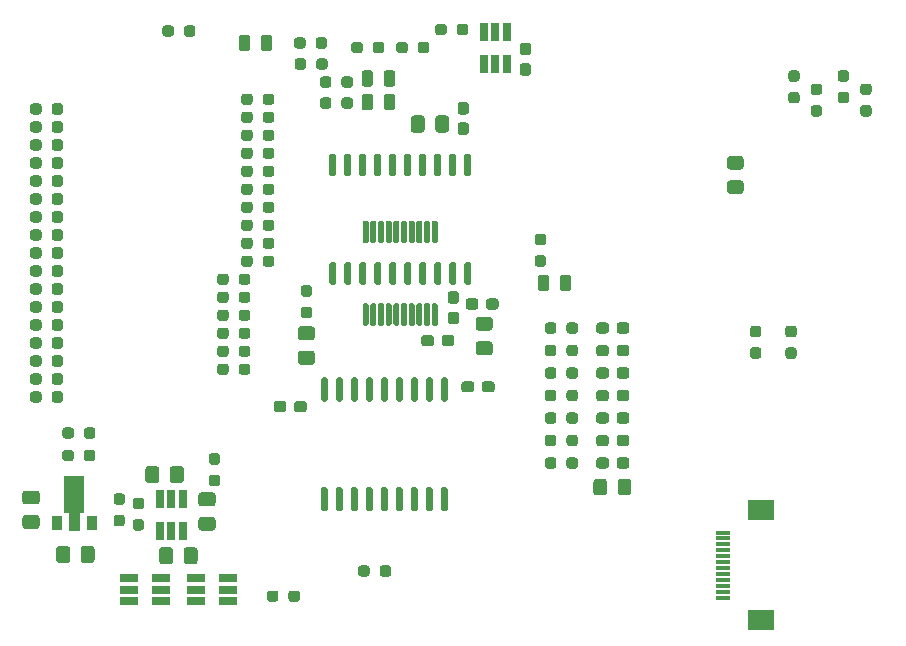
<source format=gtp>
%TF.GenerationSoftware,KiCad,Pcbnew,5.1.12-84ad8e8a86~92~ubuntu20.04.1*%
%TF.CreationDate,2021-12-07T00:39:57-06:00*%
%TF.ProjectId,serial_rewind_d2,73657269-616c-45f7-9265-77696e645f64,rev?*%
%TF.SameCoordinates,Original*%
%TF.FileFunction,Paste,Top*%
%TF.FilePolarity,Positive*%
%FSLAX46Y46*%
G04 Gerber Fmt 4.6, Leading zero omitted, Abs format (unit mm)*
G04 Created by KiCad (PCBNEW 5.1.12-84ad8e8a86~92~ubuntu20.04.1) date 2021-12-07 00:39:57*
%MOMM*%
%LPD*%
G01*
G04 APERTURE LIST*
%ADD10R,1.300000X0.300000*%
%ADD11R,2.200000X1.800000*%
%ADD12R,1.560000X0.650000*%
%ADD13R,0.650000X1.560000*%
%ADD14R,0.900000X1.300000*%
%ADD15C,0.150000*%
G04 APERTURE END LIST*
D10*
%TO.C,J7*%
X110672000Y-144570000D03*
X110672000Y-145070000D03*
X110672000Y-145570000D03*
X110672000Y-146070000D03*
X110672000Y-146570000D03*
X110672000Y-147070000D03*
X110672000Y-147570000D03*
X110672000Y-148070000D03*
X110672000Y-148570000D03*
X110672000Y-149070000D03*
X110672000Y-149570000D03*
X110672000Y-150070000D03*
D11*
X113922000Y-151970000D03*
X113922000Y-142670000D03*
%TD*%
%TO.C,R63*%
G36*
G01*
X123046500Y-107525000D02*
X122571500Y-107525000D01*
G75*
G02*
X122334000Y-107287500I0J237500D01*
G01*
X122334000Y-106787500D01*
G75*
G02*
X122571500Y-106550000I237500J0D01*
G01*
X123046500Y-106550000D01*
G75*
G02*
X123284000Y-106787500I0J-237500D01*
G01*
X123284000Y-107287500D01*
G75*
G02*
X123046500Y-107525000I-237500J0D01*
G01*
G37*
G36*
G01*
X123046500Y-109350000D02*
X122571500Y-109350000D01*
G75*
G02*
X122334000Y-109112500I0J237500D01*
G01*
X122334000Y-108612500D01*
G75*
G02*
X122571500Y-108375000I237500J0D01*
G01*
X123046500Y-108375000D01*
G75*
G02*
X123284000Y-108612500I0J-237500D01*
G01*
X123284000Y-109112500D01*
G75*
G02*
X123046500Y-109350000I-237500J0D01*
G01*
G37*
%TD*%
%TO.C,R62*%
G36*
G01*
X121141500Y-106405500D02*
X120666500Y-106405500D01*
G75*
G02*
X120429000Y-106168000I0J237500D01*
G01*
X120429000Y-105668000D01*
G75*
G02*
X120666500Y-105430500I237500J0D01*
G01*
X121141500Y-105430500D01*
G75*
G02*
X121379000Y-105668000I0J-237500D01*
G01*
X121379000Y-106168000D01*
G75*
G02*
X121141500Y-106405500I-237500J0D01*
G01*
G37*
G36*
G01*
X121141500Y-108230500D02*
X120666500Y-108230500D01*
G75*
G02*
X120429000Y-107993000I0J237500D01*
G01*
X120429000Y-107493000D01*
G75*
G02*
X120666500Y-107255500I237500J0D01*
G01*
X121141500Y-107255500D01*
G75*
G02*
X121379000Y-107493000I0J-237500D01*
G01*
X121379000Y-107993000D01*
G75*
G02*
X121141500Y-108230500I-237500J0D01*
G01*
G37*
%TD*%
%TO.C,R61*%
G36*
G01*
X118855500Y-107525000D02*
X118380500Y-107525000D01*
G75*
G02*
X118143000Y-107287500I0J237500D01*
G01*
X118143000Y-106787500D01*
G75*
G02*
X118380500Y-106550000I237500J0D01*
G01*
X118855500Y-106550000D01*
G75*
G02*
X119093000Y-106787500I0J-237500D01*
G01*
X119093000Y-107287500D01*
G75*
G02*
X118855500Y-107525000I-237500J0D01*
G01*
G37*
G36*
G01*
X118855500Y-109350000D02*
X118380500Y-109350000D01*
G75*
G02*
X118143000Y-109112500I0J237500D01*
G01*
X118143000Y-108612500D01*
G75*
G02*
X118380500Y-108375000I237500J0D01*
G01*
X118855500Y-108375000D01*
G75*
G02*
X119093000Y-108612500I0J-237500D01*
G01*
X119093000Y-109112500D01*
G75*
G02*
X118855500Y-109350000I-237500J0D01*
G01*
G37*
%TD*%
%TO.C,R60*%
G36*
G01*
X116950500Y-106405500D02*
X116475500Y-106405500D01*
G75*
G02*
X116238000Y-106168000I0J237500D01*
G01*
X116238000Y-105668000D01*
G75*
G02*
X116475500Y-105430500I237500J0D01*
G01*
X116950500Y-105430500D01*
G75*
G02*
X117188000Y-105668000I0J-237500D01*
G01*
X117188000Y-106168000D01*
G75*
G02*
X116950500Y-106405500I-237500J0D01*
G01*
G37*
G36*
G01*
X116950500Y-108230500D02*
X116475500Y-108230500D01*
G75*
G02*
X116238000Y-107993000I0J237500D01*
G01*
X116238000Y-107493000D01*
G75*
G02*
X116475500Y-107255500I237500J0D01*
G01*
X116950500Y-107255500D01*
G75*
G02*
X117188000Y-107493000I0J-237500D01*
G01*
X117188000Y-107993000D01*
G75*
G02*
X116950500Y-108230500I-237500J0D01*
G01*
G37*
%TD*%
D12*
%TO.C,U10*%
X66061600Y-149402800D03*
X66061600Y-150352800D03*
X66061600Y-148452800D03*
X68761600Y-148452800D03*
X68761600Y-149402800D03*
X68761600Y-150352800D03*
%TD*%
%TO.C,U9*%
X60405200Y-149402800D03*
X60405200Y-150352800D03*
X60405200Y-148452800D03*
X63105200Y-148452800D03*
X63105200Y-149402800D03*
X63105200Y-150352800D03*
%TD*%
D13*
%TO.C,U8*%
X91440000Y-102218500D03*
X90490000Y-102218500D03*
X92390000Y-102218500D03*
X92390000Y-104918500D03*
X91440000Y-104918500D03*
X90490000Y-104918500D03*
%TD*%
%TO.C,U6*%
X64008000Y-144466300D03*
X64958000Y-144466300D03*
X63058000Y-144466300D03*
X63058000Y-141766300D03*
X64008000Y-141766300D03*
X64958000Y-141766300D03*
%TD*%
%TO.C,C2*%
G36*
G01*
X66217200Y-146057600D02*
X66217200Y-147007600D01*
G75*
G02*
X65967200Y-147257600I-250000J0D01*
G01*
X65292200Y-147257600D01*
G75*
G02*
X65042200Y-147007600I0J250000D01*
G01*
X65042200Y-146057600D01*
G75*
G02*
X65292200Y-145807600I250000J0D01*
G01*
X65967200Y-145807600D01*
G75*
G02*
X66217200Y-146057600I0J-250000D01*
G01*
G37*
G36*
G01*
X64142200Y-146057600D02*
X64142200Y-147007600D01*
G75*
G02*
X63892200Y-147257600I-250000J0D01*
G01*
X63217200Y-147257600D01*
G75*
G02*
X62967200Y-147007600I0J250000D01*
G01*
X62967200Y-146057600D01*
G75*
G02*
X63217200Y-145807600I250000J0D01*
G01*
X63892200Y-145807600D01*
G75*
G02*
X64142200Y-146057600I0J-250000D01*
G01*
G37*
%TD*%
%TO.C,R50*%
G36*
G01*
X74893000Y-149724100D02*
X74893000Y-150199100D01*
G75*
G02*
X74655500Y-150436600I-237500J0D01*
G01*
X74155500Y-150436600D01*
G75*
G02*
X73918000Y-150199100I0J237500D01*
G01*
X73918000Y-149724100D01*
G75*
G02*
X74155500Y-149486600I237500J0D01*
G01*
X74655500Y-149486600D01*
G75*
G02*
X74893000Y-149724100I0J-237500D01*
G01*
G37*
G36*
G01*
X73068000Y-149724100D02*
X73068000Y-150199100D01*
G75*
G02*
X72830500Y-150436600I-237500J0D01*
G01*
X72330500Y-150436600D01*
G75*
G02*
X72093000Y-150199100I0J237500D01*
G01*
X72093000Y-149724100D01*
G75*
G02*
X72330500Y-149486600I237500J0D01*
G01*
X72830500Y-149486600D01*
G75*
G02*
X73068000Y-149724100I0J-237500D01*
G01*
G37*
%TD*%
%TO.C,R51*%
G36*
G01*
X61451500Y-142578900D02*
X60976500Y-142578900D01*
G75*
G02*
X60739000Y-142341400I0J237500D01*
G01*
X60739000Y-141841400D01*
G75*
G02*
X60976500Y-141603900I237500J0D01*
G01*
X61451500Y-141603900D01*
G75*
G02*
X61689000Y-141841400I0J-237500D01*
G01*
X61689000Y-142341400D01*
G75*
G02*
X61451500Y-142578900I-237500J0D01*
G01*
G37*
G36*
G01*
X61451500Y-144403900D02*
X60976500Y-144403900D01*
G75*
G02*
X60739000Y-144166400I0J237500D01*
G01*
X60739000Y-143666400D01*
G75*
G02*
X60976500Y-143428900I237500J0D01*
G01*
X61451500Y-143428900D01*
G75*
G02*
X61689000Y-143666400I0J-237500D01*
G01*
X61689000Y-144166400D01*
G75*
G02*
X61451500Y-144403900I-237500J0D01*
G01*
G37*
%TD*%
%TO.C,R59*%
G36*
G01*
X88158500Y-102218500D02*
X88158500Y-101743500D01*
G75*
G02*
X88396000Y-101506000I237500J0D01*
G01*
X88896000Y-101506000D01*
G75*
G02*
X89133500Y-101743500I0J-237500D01*
G01*
X89133500Y-102218500D01*
G75*
G02*
X88896000Y-102456000I-237500J0D01*
G01*
X88396000Y-102456000D01*
G75*
G02*
X88158500Y-102218500I0J237500D01*
G01*
G37*
G36*
G01*
X86333500Y-102218500D02*
X86333500Y-101743500D01*
G75*
G02*
X86571000Y-101506000I237500J0D01*
G01*
X87071000Y-101506000D01*
G75*
G02*
X87308500Y-101743500I0J-237500D01*
G01*
X87308500Y-102218500D01*
G75*
G02*
X87071000Y-102456000I-237500J0D01*
G01*
X86571000Y-102456000D01*
G75*
G02*
X86333500Y-102218500I0J237500D01*
G01*
G37*
%TD*%
%TO.C,R58*%
G36*
G01*
X116221500Y-128885500D02*
X116696500Y-128885500D01*
G75*
G02*
X116934000Y-129123000I0J-237500D01*
G01*
X116934000Y-129623000D01*
G75*
G02*
X116696500Y-129860500I-237500J0D01*
G01*
X116221500Y-129860500D01*
G75*
G02*
X115984000Y-129623000I0J237500D01*
G01*
X115984000Y-129123000D01*
G75*
G02*
X116221500Y-128885500I237500J0D01*
G01*
G37*
G36*
G01*
X116221500Y-127060500D02*
X116696500Y-127060500D01*
G75*
G02*
X116934000Y-127298000I0J-237500D01*
G01*
X116934000Y-127798000D01*
G75*
G02*
X116696500Y-128035500I-237500J0D01*
G01*
X116221500Y-128035500D01*
G75*
G02*
X115984000Y-127798000I0J237500D01*
G01*
X115984000Y-127298000D01*
G75*
G02*
X116221500Y-127060500I237500J0D01*
G01*
G37*
%TD*%
%TO.C,R57*%
G36*
G01*
X113237000Y-128885500D02*
X113712000Y-128885500D01*
G75*
G02*
X113949500Y-129123000I0J-237500D01*
G01*
X113949500Y-129623000D01*
G75*
G02*
X113712000Y-129860500I-237500J0D01*
G01*
X113237000Y-129860500D01*
G75*
G02*
X112999500Y-129623000I0J237500D01*
G01*
X112999500Y-129123000D01*
G75*
G02*
X113237000Y-128885500I237500J0D01*
G01*
G37*
G36*
G01*
X113237000Y-127060500D02*
X113712000Y-127060500D01*
G75*
G02*
X113949500Y-127298000I0J-237500D01*
G01*
X113949500Y-127798000D01*
G75*
G02*
X113712000Y-128035500I-237500J0D01*
G01*
X113237000Y-128035500D01*
G75*
G02*
X112999500Y-127798000I0J237500D01*
G01*
X112999500Y-127298000D01*
G75*
G02*
X113237000Y-127060500I237500J0D01*
G01*
G37*
%TD*%
%TO.C,C22*%
G36*
G01*
X93742500Y-104819500D02*
X94217500Y-104819500D01*
G75*
G02*
X94455000Y-105057000I0J-237500D01*
G01*
X94455000Y-105657000D01*
G75*
G02*
X94217500Y-105894500I-237500J0D01*
G01*
X93742500Y-105894500D01*
G75*
G02*
X93505000Y-105657000I0J237500D01*
G01*
X93505000Y-105057000D01*
G75*
G02*
X93742500Y-104819500I237500J0D01*
G01*
G37*
G36*
G01*
X93742500Y-103094500D02*
X94217500Y-103094500D01*
G75*
G02*
X94455000Y-103332000I0J-237500D01*
G01*
X94455000Y-103932000D01*
G75*
G02*
X94217500Y-104169500I-237500J0D01*
G01*
X93742500Y-104169500D01*
G75*
G02*
X93505000Y-103932000I0J237500D01*
G01*
X93505000Y-103332000D01*
G75*
G02*
X93742500Y-103094500I237500J0D01*
G01*
G37*
%TD*%
%TO.C,R56*%
G36*
G01*
X78403000Y-106663500D02*
X78403000Y-106188500D01*
G75*
G02*
X78640500Y-105951000I237500J0D01*
G01*
X79140500Y-105951000D01*
G75*
G02*
X79378000Y-106188500I0J-237500D01*
G01*
X79378000Y-106663500D01*
G75*
G02*
X79140500Y-106901000I-237500J0D01*
G01*
X78640500Y-106901000D01*
G75*
G02*
X78403000Y-106663500I0J237500D01*
G01*
G37*
G36*
G01*
X76578000Y-106663500D02*
X76578000Y-106188500D01*
G75*
G02*
X76815500Y-105951000I237500J0D01*
G01*
X77315500Y-105951000D01*
G75*
G02*
X77553000Y-106188500I0J-237500D01*
G01*
X77553000Y-106663500D01*
G75*
G02*
X77315500Y-106901000I-237500J0D01*
G01*
X76815500Y-106901000D01*
G75*
G02*
X76578000Y-106663500I0J237500D01*
G01*
G37*
%TD*%
%TO.C,R55*%
G36*
G01*
X78403000Y-108441500D02*
X78403000Y-107966500D01*
G75*
G02*
X78640500Y-107729000I237500J0D01*
G01*
X79140500Y-107729000D01*
G75*
G02*
X79378000Y-107966500I0J-237500D01*
G01*
X79378000Y-108441500D01*
G75*
G02*
X79140500Y-108679000I-237500J0D01*
G01*
X78640500Y-108679000D01*
G75*
G02*
X78403000Y-108441500I0J237500D01*
G01*
G37*
G36*
G01*
X76578000Y-108441500D02*
X76578000Y-107966500D01*
G75*
G02*
X76815500Y-107729000I237500J0D01*
G01*
X77315500Y-107729000D01*
G75*
G02*
X77553000Y-107966500I0J-237500D01*
G01*
X77553000Y-108441500D01*
G75*
G02*
X77315500Y-108679000I-237500J0D01*
G01*
X76815500Y-108679000D01*
G75*
G02*
X76578000Y-108441500I0J237500D01*
G01*
G37*
%TD*%
%TO.C,D4*%
G36*
G01*
X81984000Y-106577450D02*
X81984000Y-105664950D01*
G75*
G02*
X82227750Y-105421200I243750J0D01*
G01*
X82715250Y-105421200D01*
G75*
G02*
X82959000Y-105664950I0J-243750D01*
G01*
X82959000Y-106577450D01*
G75*
G02*
X82715250Y-106821200I-243750J0D01*
G01*
X82227750Y-106821200D01*
G75*
G02*
X81984000Y-106577450I0J243750D01*
G01*
G37*
G36*
G01*
X80109000Y-106577450D02*
X80109000Y-105664950D01*
G75*
G02*
X80352750Y-105421200I243750J0D01*
G01*
X80840250Y-105421200D01*
G75*
G02*
X81084000Y-105664950I0J-243750D01*
G01*
X81084000Y-106577450D01*
G75*
G02*
X80840250Y-106821200I-243750J0D01*
G01*
X80352750Y-106821200D01*
G75*
G02*
X80109000Y-106577450I0J243750D01*
G01*
G37*
%TD*%
%TO.C,D3*%
G36*
G01*
X81984000Y-108584050D02*
X81984000Y-107671550D01*
G75*
G02*
X82227750Y-107427800I243750J0D01*
G01*
X82715250Y-107427800D01*
G75*
G02*
X82959000Y-107671550I0J-243750D01*
G01*
X82959000Y-108584050D01*
G75*
G02*
X82715250Y-108827800I-243750J0D01*
G01*
X82227750Y-108827800D01*
G75*
G02*
X81984000Y-108584050I0J243750D01*
G01*
G37*
G36*
G01*
X80109000Y-108584050D02*
X80109000Y-107671550D01*
G75*
G02*
X80352750Y-107427800I243750J0D01*
G01*
X80840250Y-107427800D01*
G75*
G02*
X81084000Y-107671550I0J-243750D01*
G01*
X81084000Y-108584050D01*
G75*
G02*
X80840250Y-108827800I-243750J0D01*
G01*
X80352750Y-108827800D01*
G75*
G02*
X80109000Y-108584050I0J243750D01*
G01*
G37*
%TD*%
%TO.C,C1*%
G36*
G01*
X90291800Y-132469900D02*
X90291800Y-131994900D01*
G75*
G02*
X90529300Y-131757400I237500J0D01*
G01*
X91129300Y-131757400D01*
G75*
G02*
X91366800Y-131994900I0J-237500D01*
G01*
X91366800Y-132469900D01*
G75*
G02*
X91129300Y-132707400I-237500J0D01*
G01*
X90529300Y-132707400D01*
G75*
G02*
X90291800Y-132469900I0J237500D01*
G01*
G37*
G36*
G01*
X88566800Y-132469900D02*
X88566800Y-131994900D01*
G75*
G02*
X88804300Y-131757400I237500J0D01*
G01*
X89404300Y-131757400D01*
G75*
G02*
X89641800Y-131994900I0J-237500D01*
G01*
X89641800Y-132469900D01*
G75*
G02*
X89404300Y-132707400I-237500J0D01*
G01*
X88804300Y-132707400D01*
G75*
G02*
X88566800Y-132469900I0J237500D01*
G01*
G37*
%TD*%
%TO.C,C3*%
G36*
G01*
X101697500Y-138921500D02*
X101697500Y-138446500D01*
G75*
G02*
X101935000Y-138209000I237500J0D01*
G01*
X102535000Y-138209000D01*
G75*
G02*
X102772500Y-138446500I0J-237500D01*
G01*
X102772500Y-138921500D01*
G75*
G02*
X102535000Y-139159000I-237500J0D01*
G01*
X101935000Y-139159000D01*
G75*
G02*
X101697500Y-138921500I0J237500D01*
G01*
G37*
G36*
G01*
X99972500Y-138921500D02*
X99972500Y-138446500D01*
G75*
G02*
X100210000Y-138209000I237500J0D01*
G01*
X100810000Y-138209000D01*
G75*
G02*
X101047500Y-138446500I0J-237500D01*
G01*
X101047500Y-138921500D01*
G75*
G02*
X100810000Y-139159000I-237500J0D01*
G01*
X100210000Y-139159000D01*
G75*
G02*
X99972500Y-138921500I0J237500D01*
G01*
G37*
%TD*%
%TO.C,C4*%
G36*
G01*
X101047500Y-136541500D02*
X101047500Y-137016500D01*
G75*
G02*
X100810000Y-137254000I-237500J0D01*
G01*
X100210000Y-137254000D01*
G75*
G02*
X99972500Y-137016500I0J237500D01*
G01*
X99972500Y-136541500D01*
G75*
G02*
X100210000Y-136304000I237500J0D01*
G01*
X100810000Y-136304000D01*
G75*
G02*
X101047500Y-136541500I0J-237500D01*
G01*
G37*
G36*
G01*
X102772500Y-136541500D02*
X102772500Y-137016500D01*
G75*
G02*
X102535000Y-137254000I-237500J0D01*
G01*
X101935000Y-137254000D01*
G75*
G02*
X101697500Y-137016500I0J237500D01*
G01*
X101697500Y-136541500D01*
G75*
G02*
X101935000Y-136304000I237500J0D01*
G01*
X102535000Y-136304000D01*
G75*
G02*
X102772500Y-136541500I0J-237500D01*
G01*
G37*
%TD*%
%TO.C,C5*%
G36*
G01*
X99972500Y-135111500D02*
X99972500Y-134636500D01*
G75*
G02*
X100210000Y-134399000I237500J0D01*
G01*
X100810000Y-134399000D01*
G75*
G02*
X101047500Y-134636500I0J-237500D01*
G01*
X101047500Y-135111500D01*
G75*
G02*
X100810000Y-135349000I-237500J0D01*
G01*
X100210000Y-135349000D01*
G75*
G02*
X99972500Y-135111500I0J237500D01*
G01*
G37*
G36*
G01*
X101697500Y-135111500D02*
X101697500Y-134636500D01*
G75*
G02*
X101935000Y-134399000I237500J0D01*
G01*
X102535000Y-134399000D01*
G75*
G02*
X102772500Y-134636500I0J-237500D01*
G01*
X102772500Y-135111500D01*
G75*
G02*
X102535000Y-135349000I-237500J0D01*
G01*
X101935000Y-135349000D01*
G75*
G02*
X101697500Y-135111500I0J237500D01*
G01*
G37*
%TD*%
%TO.C,C6*%
G36*
G01*
X102772500Y-127016500D02*
X102772500Y-127491500D01*
G75*
G02*
X102535000Y-127729000I-237500J0D01*
G01*
X101935000Y-127729000D01*
G75*
G02*
X101697500Y-127491500I0J237500D01*
G01*
X101697500Y-127016500D01*
G75*
G02*
X101935000Y-126779000I237500J0D01*
G01*
X102535000Y-126779000D01*
G75*
G02*
X102772500Y-127016500I0J-237500D01*
G01*
G37*
G36*
G01*
X101047500Y-127016500D02*
X101047500Y-127491500D01*
G75*
G02*
X100810000Y-127729000I-237500J0D01*
G01*
X100210000Y-127729000D01*
G75*
G02*
X99972500Y-127491500I0J237500D01*
G01*
X99972500Y-127016500D01*
G75*
G02*
X100210000Y-126779000I237500J0D01*
G01*
X100810000Y-126779000D01*
G75*
G02*
X101047500Y-127016500I0J-237500D01*
G01*
G37*
%TD*%
%TO.C,C7*%
G36*
G01*
X101697500Y-131301500D02*
X101697500Y-130826500D01*
G75*
G02*
X101935000Y-130589000I237500J0D01*
G01*
X102535000Y-130589000D01*
G75*
G02*
X102772500Y-130826500I0J-237500D01*
G01*
X102772500Y-131301500D01*
G75*
G02*
X102535000Y-131539000I-237500J0D01*
G01*
X101935000Y-131539000D01*
G75*
G02*
X101697500Y-131301500I0J237500D01*
G01*
G37*
G36*
G01*
X99972500Y-131301500D02*
X99972500Y-130826500D01*
G75*
G02*
X100210000Y-130589000I237500J0D01*
G01*
X100810000Y-130589000D01*
G75*
G02*
X101047500Y-130826500I0J-237500D01*
G01*
X101047500Y-131301500D01*
G75*
G02*
X100810000Y-131539000I-237500J0D01*
G01*
X100210000Y-131539000D01*
G75*
G02*
X99972500Y-131301500I0J237500D01*
G01*
G37*
%TD*%
%TO.C,C8*%
G36*
G01*
X101047500Y-128921500D02*
X101047500Y-129396500D01*
G75*
G02*
X100810000Y-129634000I-237500J0D01*
G01*
X100210000Y-129634000D01*
G75*
G02*
X99972500Y-129396500I0J237500D01*
G01*
X99972500Y-128921500D01*
G75*
G02*
X100210000Y-128684000I237500J0D01*
G01*
X100810000Y-128684000D01*
G75*
G02*
X101047500Y-128921500I0J-237500D01*
G01*
G37*
G36*
G01*
X102772500Y-128921500D02*
X102772500Y-129396500D01*
G75*
G02*
X102535000Y-129634000I-237500J0D01*
G01*
X101935000Y-129634000D01*
G75*
G02*
X101697500Y-129396500I0J237500D01*
G01*
X101697500Y-128921500D01*
G75*
G02*
X101935000Y-128684000I237500J0D01*
G01*
X102535000Y-128684000D01*
G75*
G02*
X102772500Y-128921500I0J-237500D01*
G01*
G37*
%TD*%
%TO.C,C9*%
G36*
G01*
X99972500Y-133206500D02*
X99972500Y-132731500D01*
G75*
G02*
X100210000Y-132494000I237500J0D01*
G01*
X100810000Y-132494000D01*
G75*
G02*
X101047500Y-132731500I0J-237500D01*
G01*
X101047500Y-133206500D01*
G75*
G02*
X100810000Y-133444000I-237500J0D01*
G01*
X100210000Y-133444000D01*
G75*
G02*
X99972500Y-133206500I0J237500D01*
G01*
G37*
G36*
G01*
X101697500Y-133206500D02*
X101697500Y-132731500D01*
G75*
G02*
X101935000Y-132494000I237500J0D01*
G01*
X102535000Y-132494000D01*
G75*
G02*
X102772500Y-132731500I0J-237500D01*
G01*
X102772500Y-133206500D01*
G75*
G02*
X102535000Y-133444000I-237500J0D01*
G01*
X101935000Y-133444000D01*
G75*
G02*
X101697500Y-133206500I0J237500D01*
G01*
G37*
%TD*%
%TO.C,D1*%
G36*
G01*
X69695000Y-103580250D02*
X69695000Y-102667750D01*
G75*
G02*
X69938750Y-102424000I243750J0D01*
G01*
X70426250Y-102424000D01*
G75*
G02*
X70670000Y-102667750I0J-243750D01*
G01*
X70670000Y-103580250D01*
G75*
G02*
X70426250Y-103824000I-243750J0D01*
G01*
X69938750Y-103824000D01*
G75*
G02*
X69695000Y-103580250I0J243750D01*
G01*
G37*
G36*
G01*
X71570000Y-103580250D02*
X71570000Y-102667750D01*
G75*
G02*
X71813750Y-102424000I243750J0D01*
G01*
X72301250Y-102424000D01*
G75*
G02*
X72545000Y-102667750I0J-243750D01*
G01*
X72545000Y-103580250D01*
G75*
G02*
X72301250Y-103824000I-243750J0D01*
G01*
X71813750Y-103824000D01*
G75*
G02*
X71570000Y-103580250I0J243750D01*
G01*
G37*
%TD*%
%TO.C,F1*%
G36*
G01*
X100887000Y-140265999D02*
X100887000Y-141166001D01*
G75*
G02*
X100637001Y-141416000I-249999J0D01*
G01*
X99986999Y-141416000D01*
G75*
G02*
X99737000Y-141166001I0J249999D01*
G01*
X99737000Y-140265999D01*
G75*
G02*
X99986999Y-140016000I249999J0D01*
G01*
X100637001Y-140016000D01*
G75*
G02*
X100887000Y-140265999I0J-249999D01*
G01*
G37*
G36*
G01*
X102937000Y-140265999D02*
X102937000Y-141166001D01*
G75*
G02*
X102687001Y-141416000I-249999J0D01*
G01*
X102036999Y-141416000D01*
G75*
G02*
X101787000Y-141166001I0J249999D01*
G01*
X101787000Y-140265999D01*
G75*
G02*
X102036999Y-140016000I249999J0D01*
G01*
X102687001Y-140016000D01*
G75*
G02*
X102937000Y-140265999I0J-249999D01*
G01*
G37*
%TD*%
%TO.C,F2*%
G36*
G01*
X111309999Y-112700000D02*
X112210001Y-112700000D01*
G75*
G02*
X112460000Y-112949999I0J-249999D01*
G01*
X112460000Y-113600001D01*
G75*
G02*
X112210001Y-113850000I-249999J0D01*
G01*
X111309999Y-113850000D01*
G75*
G02*
X111060000Y-113600001I0J249999D01*
G01*
X111060000Y-112949999D01*
G75*
G02*
X111309999Y-112700000I249999J0D01*
G01*
G37*
G36*
G01*
X111309999Y-114750000D02*
X112210001Y-114750000D01*
G75*
G02*
X112460000Y-114999999I0J-249999D01*
G01*
X112460000Y-115650001D01*
G75*
G02*
X112210001Y-115900000I-249999J0D01*
G01*
X111309999Y-115900000D01*
G75*
G02*
X111060000Y-115650001I0J249999D01*
G01*
X111060000Y-114999999D01*
G75*
G02*
X111309999Y-114750000I249999J0D01*
G01*
G37*
%TD*%
%TO.C,R1*%
G36*
G01*
X69910500Y-118792000D02*
X69910500Y-118317000D01*
G75*
G02*
X70148000Y-118079500I237500J0D01*
G01*
X70648000Y-118079500D01*
G75*
G02*
X70885500Y-118317000I0J-237500D01*
G01*
X70885500Y-118792000D01*
G75*
G02*
X70648000Y-119029500I-237500J0D01*
G01*
X70148000Y-119029500D01*
G75*
G02*
X69910500Y-118792000I0J237500D01*
G01*
G37*
G36*
G01*
X71735500Y-118792000D02*
X71735500Y-118317000D01*
G75*
G02*
X71973000Y-118079500I237500J0D01*
G01*
X72473000Y-118079500D01*
G75*
G02*
X72710500Y-118317000I0J-237500D01*
G01*
X72710500Y-118792000D01*
G75*
G02*
X72473000Y-119029500I-237500J0D01*
G01*
X71973000Y-119029500D01*
G75*
G02*
X71735500Y-118792000I0J237500D01*
G01*
G37*
%TD*%
%TO.C,R2*%
G36*
G01*
X69703500Y-124888000D02*
X69703500Y-124413000D01*
G75*
G02*
X69941000Y-124175500I237500J0D01*
G01*
X70441000Y-124175500D01*
G75*
G02*
X70678500Y-124413000I0J-237500D01*
G01*
X70678500Y-124888000D01*
G75*
G02*
X70441000Y-125125500I-237500J0D01*
G01*
X69941000Y-125125500D01*
G75*
G02*
X69703500Y-124888000I0J237500D01*
G01*
G37*
G36*
G01*
X67878500Y-124888000D02*
X67878500Y-124413000D01*
G75*
G02*
X68116000Y-124175500I237500J0D01*
G01*
X68616000Y-124175500D01*
G75*
G02*
X68853500Y-124413000I0J-237500D01*
G01*
X68853500Y-124888000D01*
G75*
G02*
X68616000Y-125125500I-237500J0D01*
G01*
X68116000Y-125125500D01*
G75*
G02*
X67878500Y-124888000I0J237500D01*
G01*
G37*
%TD*%
%TO.C,R3*%
G36*
G01*
X67878500Y-130984000D02*
X67878500Y-130509000D01*
G75*
G02*
X68116000Y-130271500I237500J0D01*
G01*
X68616000Y-130271500D01*
G75*
G02*
X68853500Y-130509000I0J-237500D01*
G01*
X68853500Y-130984000D01*
G75*
G02*
X68616000Y-131221500I-237500J0D01*
G01*
X68116000Y-131221500D01*
G75*
G02*
X67878500Y-130984000I0J237500D01*
G01*
G37*
G36*
G01*
X69703500Y-130984000D02*
X69703500Y-130509000D01*
G75*
G02*
X69941000Y-130271500I237500J0D01*
G01*
X70441000Y-130271500D01*
G75*
G02*
X70678500Y-130509000I0J-237500D01*
G01*
X70678500Y-130984000D01*
G75*
G02*
X70441000Y-131221500I-237500J0D01*
G01*
X69941000Y-131221500D01*
G75*
G02*
X69703500Y-130984000I0J237500D01*
G01*
G37*
%TD*%
%TO.C,R4*%
G36*
G01*
X71735500Y-111172000D02*
X71735500Y-110697000D01*
G75*
G02*
X71973000Y-110459500I237500J0D01*
G01*
X72473000Y-110459500D01*
G75*
G02*
X72710500Y-110697000I0J-237500D01*
G01*
X72710500Y-111172000D01*
G75*
G02*
X72473000Y-111409500I-237500J0D01*
G01*
X71973000Y-111409500D01*
G75*
G02*
X71735500Y-111172000I0J237500D01*
G01*
G37*
G36*
G01*
X69910500Y-111172000D02*
X69910500Y-110697000D01*
G75*
G02*
X70148000Y-110459500I237500J0D01*
G01*
X70648000Y-110459500D01*
G75*
G02*
X70885500Y-110697000I0J-237500D01*
G01*
X70885500Y-111172000D01*
G75*
G02*
X70648000Y-111409500I-237500J0D01*
G01*
X70148000Y-111409500D01*
G75*
G02*
X69910500Y-111172000I0J237500D01*
G01*
G37*
%TD*%
%TO.C,R5*%
G36*
G01*
X82045000Y-103267500D02*
X82045000Y-103742500D01*
G75*
G02*
X81807500Y-103980000I-237500J0D01*
G01*
X81307500Y-103980000D01*
G75*
G02*
X81070000Y-103742500I0J237500D01*
G01*
X81070000Y-103267500D01*
G75*
G02*
X81307500Y-103030000I237500J0D01*
G01*
X81807500Y-103030000D01*
G75*
G02*
X82045000Y-103267500I0J-237500D01*
G01*
G37*
G36*
G01*
X80220000Y-103267500D02*
X80220000Y-103742500D01*
G75*
G02*
X79982500Y-103980000I-237500J0D01*
G01*
X79482500Y-103980000D01*
G75*
G02*
X79245000Y-103742500I0J237500D01*
G01*
X79245000Y-103267500D01*
G75*
G02*
X79482500Y-103030000I237500J0D01*
G01*
X79982500Y-103030000D01*
G75*
G02*
X80220000Y-103267500I0J-237500D01*
G01*
G37*
%TD*%
%TO.C,R6*%
G36*
G01*
X84030000Y-103267500D02*
X84030000Y-103742500D01*
G75*
G02*
X83792500Y-103980000I-237500J0D01*
G01*
X83292500Y-103980000D01*
G75*
G02*
X83055000Y-103742500I0J237500D01*
G01*
X83055000Y-103267500D01*
G75*
G02*
X83292500Y-103030000I237500J0D01*
G01*
X83792500Y-103030000D01*
G75*
G02*
X84030000Y-103267500I0J-237500D01*
G01*
G37*
G36*
G01*
X85855000Y-103267500D02*
X85855000Y-103742500D01*
G75*
G02*
X85617500Y-103980000I-237500J0D01*
G01*
X85117500Y-103980000D01*
G75*
G02*
X84880000Y-103742500I0J237500D01*
G01*
X84880000Y-103267500D01*
G75*
G02*
X85117500Y-103030000I237500J0D01*
G01*
X85617500Y-103030000D01*
G75*
G02*
X85855000Y-103267500I0J-237500D01*
G01*
G37*
%TD*%
%TO.C,R7*%
G36*
G01*
X71735500Y-115744000D02*
X71735500Y-115269000D01*
G75*
G02*
X71973000Y-115031500I237500J0D01*
G01*
X72473000Y-115031500D01*
G75*
G02*
X72710500Y-115269000I0J-237500D01*
G01*
X72710500Y-115744000D01*
G75*
G02*
X72473000Y-115981500I-237500J0D01*
G01*
X71973000Y-115981500D01*
G75*
G02*
X71735500Y-115744000I0J237500D01*
G01*
G37*
G36*
G01*
X69910500Y-115744000D02*
X69910500Y-115269000D01*
G75*
G02*
X70148000Y-115031500I237500J0D01*
G01*
X70648000Y-115031500D01*
G75*
G02*
X70885500Y-115269000I0J-237500D01*
G01*
X70885500Y-115744000D01*
G75*
G02*
X70648000Y-115981500I-237500J0D01*
G01*
X70148000Y-115981500D01*
G75*
G02*
X69910500Y-115744000I0J237500D01*
G01*
G37*
%TD*%
%TO.C,R8*%
G36*
G01*
X69910500Y-121840000D02*
X69910500Y-121365000D01*
G75*
G02*
X70148000Y-121127500I237500J0D01*
G01*
X70648000Y-121127500D01*
G75*
G02*
X70885500Y-121365000I0J-237500D01*
G01*
X70885500Y-121840000D01*
G75*
G02*
X70648000Y-122077500I-237500J0D01*
G01*
X70148000Y-122077500D01*
G75*
G02*
X69910500Y-121840000I0J237500D01*
G01*
G37*
G36*
G01*
X71735500Y-121840000D02*
X71735500Y-121365000D01*
G75*
G02*
X71973000Y-121127500I237500J0D01*
G01*
X72473000Y-121127500D01*
G75*
G02*
X72710500Y-121365000I0J-237500D01*
G01*
X72710500Y-121840000D01*
G75*
G02*
X72473000Y-122077500I-237500J0D01*
G01*
X71973000Y-122077500D01*
G75*
G02*
X71735500Y-121840000I0J237500D01*
G01*
G37*
%TD*%
%TO.C,R9*%
G36*
G01*
X69703500Y-126412000D02*
X69703500Y-125937000D01*
G75*
G02*
X69941000Y-125699500I237500J0D01*
G01*
X70441000Y-125699500D01*
G75*
G02*
X70678500Y-125937000I0J-237500D01*
G01*
X70678500Y-126412000D01*
G75*
G02*
X70441000Y-126649500I-237500J0D01*
G01*
X69941000Y-126649500D01*
G75*
G02*
X69703500Y-126412000I0J237500D01*
G01*
G37*
G36*
G01*
X67878500Y-126412000D02*
X67878500Y-125937000D01*
G75*
G02*
X68116000Y-125699500I237500J0D01*
G01*
X68616000Y-125699500D01*
G75*
G02*
X68853500Y-125937000I0J-237500D01*
G01*
X68853500Y-126412000D01*
G75*
G02*
X68616000Y-126649500I-237500J0D01*
G01*
X68116000Y-126649500D01*
G75*
G02*
X67878500Y-126412000I0J237500D01*
G01*
G37*
%TD*%
%TO.C,R10*%
G36*
G01*
X69910500Y-109648000D02*
X69910500Y-109173000D01*
G75*
G02*
X70148000Y-108935500I237500J0D01*
G01*
X70648000Y-108935500D01*
G75*
G02*
X70885500Y-109173000I0J-237500D01*
G01*
X70885500Y-109648000D01*
G75*
G02*
X70648000Y-109885500I-237500J0D01*
G01*
X70148000Y-109885500D01*
G75*
G02*
X69910500Y-109648000I0J237500D01*
G01*
G37*
G36*
G01*
X71735500Y-109648000D02*
X71735500Y-109173000D01*
G75*
G02*
X71973000Y-108935500I237500J0D01*
G01*
X72473000Y-108935500D01*
G75*
G02*
X72710500Y-109173000I0J-237500D01*
G01*
X72710500Y-109648000D01*
G75*
G02*
X72473000Y-109885500I-237500J0D01*
G01*
X71973000Y-109885500D01*
G75*
G02*
X71735500Y-109648000I0J237500D01*
G01*
G37*
%TD*%
%TO.C,R11*%
G36*
G01*
X69910500Y-114220000D02*
X69910500Y-113745000D01*
G75*
G02*
X70148000Y-113507500I237500J0D01*
G01*
X70648000Y-113507500D01*
G75*
G02*
X70885500Y-113745000I0J-237500D01*
G01*
X70885500Y-114220000D01*
G75*
G02*
X70648000Y-114457500I-237500J0D01*
G01*
X70148000Y-114457500D01*
G75*
G02*
X69910500Y-114220000I0J237500D01*
G01*
G37*
G36*
G01*
X71735500Y-114220000D02*
X71735500Y-113745000D01*
G75*
G02*
X71973000Y-113507500I237500J0D01*
G01*
X72473000Y-113507500D01*
G75*
G02*
X72710500Y-113745000I0J-237500D01*
G01*
X72710500Y-114220000D01*
G75*
G02*
X72473000Y-114457500I-237500J0D01*
G01*
X71973000Y-114457500D01*
G75*
G02*
X71735500Y-114220000I0J237500D01*
G01*
G37*
%TD*%
%TO.C,R12*%
G36*
G01*
X71735500Y-120316000D02*
X71735500Y-119841000D01*
G75*
G02*
X71973000Y-119603500I237500J0D01*
G01*
X72473000Y-119603500D01*
G75*
G02*
X72710500Y-119841000I0J-237500D01*
G01*
X72710500Y-120316000D01*
G75*
G02*
X72473000Y-120553500I-237500J0D01*
G01*
X71973000Y-120553500D01*
G75*
G02*
X71735500Y-120316000I0J237500D01*
G01*
G37*
G36*
G01*
X69910500Y-120316000D02*
X69910500Y-119841000D01*
G75*
G02*
X70148000Y-119603500I237500J0D01*
G01*
X70648000Y-119603500D01*
G75*
G02*
X70885500Y-119841000I0J-237500D01*
G01*
X70885500Y-120316000D01*
G75*
G02*
X70648000Y-120553500I-237500J0D01*
G01*
X70148000Y-120553500D01*
G75*
G02*
X69910500Y-120316000I0J237500D01*
G01*
G37*
%TD*%
%TO.C,R13*%
G36*
G01*
X71735500Y-108124000D02*
X71735500Y-107649000D01*
G75*
G02*
X71973000Y-107411500I237500J0D01*
G01*
X72473000Y-107411500D01*
G75*
G02*
X72710500Y-107649000I0J-237500D01*
G01*
X72710500Y-108124000D01*
G75*
G02*
X72473000Y-108361500I-237500J0D01*
G01*
X71973000Y-108361500D01*
G75*
G02*
X71735500Y-108124000I0J237500D01*
G01*
G37*
G36*
G01*
X69910500Y-108124000D02*
X69910500Y-107649000D01*
G75*
G02*
X70148000Y-107411500I237500J0D01*
G01*
X70648000Y-107411500D01*
G75*
G02*
X70885500Y-107649000I0J-237500D01*
G01*
X70885500Y-108124000D01*
G75*
G02*
X70648000Y-108361500I-237500J0D01*
G01*
X70148000Y-108361500D01*
G75*
G02*
X69910500Y-108124000I0J237500D01*
G01*
G37*
%TD*%
%TO.C,R14*%
G36*
G01*
X67878500Y-129460000D02*
X67878500Y-128985000D01*
G75*
G02*
X68116000Y-128747500I237500J0D01*
G01*
X68616000Y-128747500D01*
G75*
G02*
X68853500Y-128985000I0J-237500D01*
G01*
X68853500Y-129460000D01*
G75*
G02*
X68616000Y-129697500I-237500J0D01*
G01*
X68116000Y-129697500D01*
G75*
G02*
X67878500Y-129460000I0J237500D01*
G01*
G37*
G36*
G01*
X69703500Y-129460000D02*
X69703500Y-128985000D01*
G75*
G02*
X69941000Y-128747500I237500J0D01*
G01*
X70441000Y-128747500D01*
G75*
G02*
X70678500Y-128985000I0J-237500D01*
G01*
X70678500Y-129460000D01*
G75*
G02*
X70441000Y-129697500I-237500J0D01*
G01*
X69941000Y-129697500D01*
G75*
G02*
X69703500Y-129460000I0J237500D01*
G01*
G37*
%TD*%
%TO.C,R15*%
G36*
G01*
X69910500Y-112696000D02*
X69910500Y-112221000D01*
G75*
G02*
X70148000Y-111983500I237500J0D01*
G01*
X70648000Y-111983500D01*
G75*
G02*
X70885500Y-112221000I0J-237500D01*
G01*
X70885500Y-112696000D01*
G75*
G02*
X70648000Y-112933500I-237500J0D01*
G01*
X70148000Y-112933500D01*
G75*
G02*
X69910500Y-112696000I0J237500D01*
G01*
G37*
G36*
G01*
X71735500Y-112696000D02*
X71735500Y-112221000D01*
G75*
G02*
X71973000Y-111983500I237500J0D01*
G01*
X72473000Y-111983500D01*
G75*
G02*
X72710500Y-112221000I0J-237500D01*
G01*
X72710500Y-112696000D01*
G75*
G02*
X72473000Y-112933500I-237500J0D01*
G01*
X71973000Y-112933500D01*
G75*
G02*
X71735500Y-112696000I0J237500D01*
G01*
G37*
%TD*%
%TO.C,R16*%
G36*
G01*
X71735500Y-117268000D02*
X71735500Y-116793000D01*
G75*
G02*
X71973000Y-116555500I237500J0D01*
G01*
X72473000Y-116555500D01*
G75*
G02*
X72710500Y-116793000I0J-237500D01*
G01*
X72710500Y-117268000D01*
G75*
G02*
X72473000Y-117505500I-237500J0D01*
G01*
X71973000Y-117505500D01*
G75*
G02*
X71735500Y-117268000I0J237500D01*
G01*
G37*
G36*
G01*
X69910500Y-117268000D02*
X69910500Y-116793000D01*
G75*
G02*
X70148000Y-116555500I237500J0D01*
G01*
X70648000Y-116555500D01*
G75*
G02*
X70885500Y-116793000I0J-237500D01*
G01*
X70885500Y-117268000D01*
G75*
G02*
X70648000Y-117505500I-237500J0D01*
G01*
X70148000Y-117505500D01*
G75*
G02*
X69910500Y-117268000I0J237500D01*
G01*
G37*
%TD*%
%TO.C,R17*%
G36*
G01*
X67878500Y-123364000D02*
X67878500Y-122889000D01*
G75*
G02*
X68116000Y-122651500I237500J0D01*
G01*
X68616000Y-122651500D01*
G75*
G02*
X68853500Y-122889000I0J-237500D01*
G01*
X68853500Y-123364000D01*
G75*
G02*
X68616000Y-123601500I-237500J0D01*
G01*
X68116000Y-123601500D01*
G75*
G02*
X67878500Y-123364000I0J237500D01*
G01*
G37*
G36*
G01*
X69703500Y-123364000D02*
X69703500Y-122889000D01*
G75*
G02*
X69941000Y-122651500I237500J0D01*
G01*
X70441000Y-122651500D01*
G75*
G02*
X70678500Y-122889000I0J-237500D01*
G01*
X70678500Y-123364000D01*
G75*
G02*
X70441000Y-123601500I-237500J0D01*
G01*
X69941000Y-123601500D01*
G75*
G02*
X69703500Y-123364000I0J237500D01*
G01*
G37*
%TD*%
%TO.C,R18*%
G36*
G01*
X69703500Y-127936000D02*
X69703500Y-127461000D01*
G75*
G02*
X69941000Y-127223500I237500J0D01*
G01*
X70441000Y-127223500D01*
G75*
G02*
X70678500Y-127461000I0J-237500D01*
G01*
X70678500Y-127936000D01*
G75*
G02*
X70441000Y-128173500I-237500J0D01*
G01*
X69941000Y-128173500D01*
G75*
G02*
X69703500Y-127936000I0J237500D01*
G01*
G37*
G36*
G01*
X67878500Y-127936000D02*
X67878500Y-127461000D01*
G75*
G02*
X68116000Y-127223500I237500J0D01*
G01*
X68616000Y-127223500D01*
G75*
G02*
X68853500Y-127461000I0J-237500D01*
G01*
X68853500Y-127936000D01*
G75*
G02*
X68616000Y-128173500I-237500J0D01*
G01*
X68116000Y-128173500D01*
G75*
G02*
X67878500Y-127936000I0J237500D01*
G01*
G37*
%TD*%
%TO.C,R19*%
G36*
G01*
X54843500Y-111522500D02*
X54843500Y-111997500D01*
G75*
G02*
X54606000Y-112235000I-237500J0D01*
G01*
X54106000Y-112235000D01*
G75*
G02*
X53868500Y-111997500I0J237500D01*
G01*
X53868500Y-111522500D01*
G75*
G02*
X54106000Y-111285000I237500J0D01*
G01*
X54606000Y-111285000D01*
G75*
G02*
X54843500Y-111522500I0J-237500D01*
G01*
G37*
G36*
G01*
X53018500Y-111522500D02*
X53018500Y-111997500D01*
G75*
G02*
X52781000Y-112235000I-237500J0D01*
G01*
X52281000Y-112235000D01*
G75*
G02*
X52043500Y-111997500I0J237500D01*
G01*
X52043500Y-111522500D01*
G75*
G02*
X52281000Y-111285000I237500J0D01*
G01*
X52781000Y-111285000D01*
G75*
G02*
X53018500Y-111522500I0J-237500D01*
G01*
G37*
%TD*%
%TO.C,R20*%
G36*
G01*
X53018500Y-116094500D02*
X53018500Y-116569500D01*
G75*
G02*
X52781000Y-116807000I-237500J0D01*
G01*
X52281000Y-116807000D01*
G75*
G02*
X52043500Y-116569500I0J237500D01*
G01*
X52043500Y-116094500D01*
G75*
G02*
X52281000Y-115857000I237500J0D01*
G01*
X52781000Y-115857000D01*
G75*
G02*
X53018500Y-116094500I0J-237500D01*
G01*
G37*
G36*
G01*
X54843500Y-116094500D02*
X54843500Y-116569500D01*
G75*
G02*
X54606000Y-116807000I-237500J0D01*
G01*
X54106000Y-116807000D01*
G75*
G02*
X53868500Y-116569500I0J237500D01*
G01*
X53868500Y-116094500D01*
G75*
G02*
X54106000Y-115857000I237500J0D01*
G01*
X54606000Y-115857000D01*
G75*
G02*
X54843500Y-116094500I0J-237500D01*
G01*
G37*
%TD*%
%TO.C,R21*%
G36*
G01*
X54843500Y-122190500D02*
X54843500Y-122665500D01*
G75*
G02*
X54606000Y-122903000I-237500J0D01*
G01*
X54106000Y-122903000D01*
G75*
G02*
X53868500Y-122665500I0J237500D01*
G01*
X53868500Y-122190500D01*
G75*
G02*
X54106000Y-121953000I237500J0D01*
G01*
X54606000Y-121953000D01*
G75*
G02*
X54843500Y-122190500I0J-237500D01*
G01*
G37*
G36*
G01*
X53018500Y-122190500D02*
X53018500Y-122665500D01*
G75*
G02*
X52781000Y-122903000I-237500J0D01*
G01*
X52281000Y-122903000D01*
G75*
G02*
X52043500Y-122665500I0J237500D01*
G01*
X52043500Y-122190500D01*
G75*
G02*
X52281000Y-121953000I237500J0D01*
G01*
X52781000Y-121953000D01*
G75*
G02*
X53018500Y-122190500I0J-237500D01*
G01*
G37*
%TD*%
%TO.C,R22*%
G36*
G01*
X53018500Y-126762500D02*
X53018500Y-127237500D01*
G75*
G02*
X52781000Y-127475000I-237500J0D01*
G01*
X52281000Y-127475000D01*
G75*
G02*
X52043500Y-127237500I0J237500D01*
G01*
X52043500Y-126762500D01*
G75*
G02*
X52281000Y-126525000I237500J0D01*
G01*
X52781000Y-126525000D01*
G75*
G02*
X53018500Y-126762500I0J-237500D01*
G01*
G37*
G36*
G01*
X54843500Y-126762500D02*
X54843500Y-127237500D01*
G75*
G02*
X54606000Y-127475000I-237500J0D01*
G01*
X54106000Y-127475000D01*
G75*
G02*
X53868500Y-127237500I0J237500D01*
G01*
X53868500Y-126762500D01*
G75*
G02*
X54106000Y-126525000I237500J0D01*
G01*
X54606000Y-126525000D01*
G75*
G02*
X54843500Y-126762500I0J-237500D01*
G01*
G37*
%TD*%
%TO.C,R23*%
G36*
G01*
X53018500Y-108474500D02*
X53018500Y-108949500D01*
G75*
G02*
X52781000Y-109187000I-237500J0D01*
G01*
X52281000Y-109187000D01*
G75*
G02*
X52043500Y-108949500I0J237500D01*
G01*
X52043500Y-108474500D01*
G75*
G02*
X52281000Y-108237000I237500J0D01*
G01*
X52781000Y-108237000D01*
G75*
G02*
X53018500Y-108474500I0J-237500D01*
G01*
G37*
G36*
G01*
X54843500Y-108474500D02*
X54843500Y-108949500D01*
G75*
G02*
X54606000Y-109187000I-237500J0D01*
G01*
X54106000Y-109187000D01*
G75*
G02*
X53868500Y-108949500I0J237500D01*
G01*
X53868500Y-108474500D01*
G75*
G02*
X54106000Y-108237000I237500J0D01*
G01*
X54606000Y-108237000D01*
G75*
G02*
X54843500Y-108474500I0J-237500D01*
G01*
G37*
%TD*%
%TO.C,R24*%
G36*
G01*
X54843500Y-114570500D02*
X54843500Y-115045500D01*
G75*
G02*
X54606000Y-115283000I-237500J0D01*
G01*
X54106000Y-115283000D01*
G75*
G02*
X53868500Y-115045500I0J237500D01*
G01*
X53868500Y-114570500D01*
G75*
G02*
X54106000Y-114333000I237500J0D01*
G01*
X54606000Y-114333000D01*
G75*
G02*
X54843500Y-114570500I0J-237500D01*
G01*
G37*
G36*
G01*
X53018500Y-114570500D02*
X53018500Y-115045500D01*
G75*
G02*
X52781000Y-115283000I-237500J0D01*
G01*
X52281000Y-115283000D01*
G75*
G02*
X52043500Y-115045500I0J237500D01*
G01*
X52043500Y-114570500D01*
G75*
G02*
X52281000Y-114333000I237500J0D01*
G01*
X52781000Y-114333000D01*
G75*
G02*
X53018500Y-114570500I0J-237500D01*
G01*
G37*
%TD*%
%TO.C,R25*%
G36*
G01*
X53018500Y-120666500D02*
X53018500Y-121141500D01*
G75*
G02*
X52781000Y-121379000I-237500J0D01*
G01*
X52281000Y-121379000D01*
G75*
G02*
X52043500Y-121141500I0J237500D01*
G01*
X52043500Y-120666500D01*
G75*
G02*
X52281000Y-120429000I237500J0D01*
G01*
X52781000Y-120429000D01*
G75*
G02*
X53018500Y-120666500I0J-237500D01*
G01*
G37*
G36*
G01*
X54843500Y-120666500D02*
X54843500Y-121141500D01*
G75*
G02*
X54606000Y-121379000I-237500J0D01*
G01*
X54106000Y-121379000D01*
G75*
G02*
X53868500Y-121141500I0J237500D01*
G01*
X53868500Y-120666500D01*
G75*
G02*
X54106000Y-120429000I237500J0D01*
G01*
X54606000Y-120429000D01*
G75*
G02*
X54843500Y-120666500I0J-237500D01*
G01*
G37*
%TD*%
%TO.C,R26*%
G36*
G01*
X54843500Y-128286500D02*
X54843500Y-128761500D01*
G75*
G02*
X54606000Y-128999000I-237500J0D01*
G01*
X54106000Y-128999000D01*
G75*
G02*
X53868500Y-128761500I0J237500D01*
G01*
X53868500Y-128286500D01*
G75*
G02*
X54106000Y-128049000I237500J0D01*
G01*
X54606000Y-128049000D01*
G75*
G02*
X54843500Y-128286500I0J-237500D01*
G01*
G37*
G36*
G01*
X53018500Y-128286500D02*
X53018500Y-128761500D01*
G75*
G02*
X52781000Y-128999000I-237500J0D01*
G01*
X52281000Y-128999000D01*
G75*
G02*
X52043500Y-128761500I0J237500D01*
G01*
X52043500Y-128286500D01*
G75*
G02*
X52281000Y-128049000I237500J0D01*
G01*
X52781000Y-128049000D01*
G75*
G02*
X53018500Y-128286500I0J-237500D01*
G01*
G37*
%TD*%
%TO.C,R27*%
G36*
G01*
X54843500Y-132858500D02*
X54843500Y-133333500D01*
G75*
G02*
X54606000Y-133571000I-237500J0D01*
G01*
X54106000Y-133571000D01*
G75*
G02*
X53868500Y-133333500I0J237500D01*
G01*
X53868500Y-132858500D01*
G75*
G02*
X54106000Y-132621000I237500J0D01*
G01*
X54606000Y-132621000D01*
G75*
G02*
X54843500Y-132858500I0J-237500D01*
G01*
G37*
G36*
G01*
X53018500Y-132858500D02*
X53018500Y-133333500D01*
G75*
G02*
X52781000Y-133571000I-237500J0D01*
G01*
X52281000Y-133571000D01*
G75*
G02*
X52043500Y-133333500I0J237500D01*
G01*
X52043500Y-132858500D01*
G75*
G02*
X52281000Y-132621000I237500J0D01*
G01*
X52781000Y-132621000D01*
G75*
G02*
X53018500Y-132858500I0J-237500D01*
G01*
G37*
%TD*%
%TO.C,R28*%
G36*
G01*
X54843500Y-109998500D02*
X54843500Y-110473500D01*
G75*
G02*
X54606000Y-110711000I-237500J0D01*
G01*
X54106000Y-110711000D01*
G75*
G02*
X53868500Y-110473500I0J237500D01*
G01*
X53868500Y-109998500D01*
G75*
G02*
X54106000Y-109761000I237500J0D01*
G01*
X54606000Y-109761000D01*
G75*
G02*
X54843500Y-109998500I0J-237500D01*
G01*
G37*
G36*
G01*
X53018500Y-109998500D02*
X53018500Y-110473500D01*
G75*
G02*
X52781000Y-110711000I-237500J0D01*
G01*
X52281000Y-110711000D01*
G75*
G02*
X52043500Y-110473500I0J237500D01*
G01*
X52043500Y-109998500D01*
G75*
G02*
X52281000Y-109761000I237500J0D01*
G01*
X52781000Y-109761000D01*
G75*
G02*
X53018500Y-109998500I0J-237500D01*
G01*
G37*
%TD*%
%TO.C,R29*%
G36*
G01*
X53018500Y-117618500D02*
X53018500Y-118093500D01*
G75*
G02*
X52781000Y-118331000I-237500J0D01*
G01*
X52281000Y-118331000D01*
G75*
G02*
X52043500Y-118093500I0J237500D01*
G01*
X52043500Y-117618500D01*
G75*
G02*
X52281000Y-117381000I237500J0D01*
G01*
X52781000Y-117381000D01*
G75*
G02*
X53018500Y-117618500I0J-237500D01*
G01*
G37*
G36*
G01*
X54843500Y-117618500D02*
X54843500Y-118093500D01*
G75*
G02*
X54606000Y-118331000I-237500J0D01*
G01*
X54106000Y-118331000D01*
G75*
G02*
X53868500Y-118093500I0J237500D01*
G01*
X53868500Y-117618500D01*
G75*
G02*
X54106000Y-117381000I237500J0D01*
G01*
X54606000Y-117381000D01*
G75*
G02*
X54843500Y-117618500I0J-237500D01*
G01*
G37*
%TD*%
%TO.C,R30*%
G36*
G01*
X54843500Y-123714500D02*
X54843500Y-124189500D01*
G75*
G02*
X54606000Y-124427000I-237500J0D01*
G01*
X54106000Y-124427000D01*
G75*
G02*
X53868500Y-124189500I0J237500D01*
G01*
X53868500Y-123714500D01*
G75*
G02*
X54106000Y-123477000I237500J0D01*
G01*
X54606000Y-123477000D01*
G75*
G02*
X54843500Y-123714500I0J-237500D01*
G01*
G37*
G36*
G01*
X53018500Y-123714500D02*
X53018500Y-124189500D01*
G75*
G02*
X52781000Y-124427000I-237500J0D01*
G01*
X52281000Y-124427000D01*
G75*
G02*
X52043500Y-124189500I0J237500D01*
G01*
X52043500Y-123714500D01*
G75*
G02*
X52281000Y-123477000I237500J0D01*
G01*
X52781000Y-123477000D01*
G75*
G02*
X53018500Y-123714500I0J-237500D01*
G01*
G37*
%TD*%
%TO.C,R31*%
G36*
G01*
X54843500Y-129810500D02*
X54843500Y-130285500D01*
G75*
G02*
X54606000Y-130523000I-237500J0D01*
G01*
X54106000Y-130523000D01*
G75*
G02*
X53868500Y-130285500I0J237500D01*
G01*
X53868500Y-129810500D01*
G75*
G02*
X54106000Y-129573000I237500J0D01*
G01*
X54606000Y-129573000D01*
G75*
G02*
X54843500Y-129810500I0J-237500D01*
G01*
G37*
G36*
G01*
X53018500Y-129810500D02*
X53018500Y-130285500D01*
G75*
G02*
X52781000Y-130523000I-237500J0D01*
G01*
X52281000Y-130523000D01*
G75*
G02*
X52043500Y-130285500I0J237500D01*
G01*
X52043500Y-129810500D01*
G75*
G02*
X52281000Y-129573000I237500J0D01*
G01*
X52781000Y-129573000D01*
G75*
G02*
X53018500Y-129810500I0J-237500D01*
G01*
G37*
%TD*%
%TO.C,R32*%
G36*
G01*
X53018500Y-113046500D02*
X53018500Y-113521500D01*
G75*
G02*
X52781000Y-113759000I-237500J0D01*
G01*
X52281000Y-113759000D01*
G75*
G02*
X52043500Y-113521500I0J237500D01*
G01*
X52043500Y-113046500D01*
G75*
G02*
X52281000Y-112809000I237500J0D01*
G01*
X52781000Y-112809000D01*
G75*
G02*
X53018500Y-113046500I0J-237500D01*
G01*
G37*
G36*
G01*
X54843500Y-113046500D02*
X54843500Y-113521500D01*
G75*
G02*
X54606000Y-113759000I-237500J0D01*
G01*
X54106000Y-113759000D01*
G75*
G02*
X53868500Y-113521500I0J237500D01*
G01*
X53868500Y-113046500D01*
G75*
G02*
X54106000Y-112809000I237500J0D01*
G01*
X54606000Y-112809000D01*
G75*
G02*
X54843500Y-113046500I0J-237500D01*
G01*
G37*
%TD*%
%TO.C,R33*%
G36*
G01*
X54843500Y-119142500D02*
X54843500Y-119617500D01*
G75*
G02*
X54606000Y-119855000I-237500J0D01*
G01*
X54106000Y-119855000D01*
G75*
G02*
X53868500Y-119617500I0J237500D01*
G01*
X53868500Y-119142500D01*
G75*
G02*
X54106000Y-118905000I237500J0D01*
G01*
X54606000Y-118905000D01*
G75*
G02*
X54843500Y-119142500I0J-237500D01*
G01*
G37*
G36*
G01*
X53018500Y-119142500D02*
X53018500Y-119617500D01*
G75*
G02*
X52781000Y-119855000I-237500J0D01*
G01*
X52281000Y-119855000D01*
G75*
G02*
X52043500Y-119617500I0J237500D01*
G01*
X52043500Y-119142500D01*
G75*
G02*
X52281000Y-118905000I237500J0D01*
G01*
X52781000Y-118905000D01*
G75*
G02*
X53018500Y-119142500I0J-237500D01*
G01*
G37*
%TD*%
%TO.C,R34*%
G36*
G01*
X53018500Y-125238500D02*
X53018500Y-125713500D01*
G75*
G02*
X52781000Y-125951000I-237500J0D01*
G01*
X52281000Y-125951000D01*
G75*
G02*
X52043500Y-125713500I0J237500D01*
G01*
X52043500Y-125238500D01*
G75*
G02*
X52281000Y-125001000I237500J0D01*
G01*
X52781000Y-125001000D01*
G75*
G02*
X53018500Y-125238500I0J-237500D01*
G01*
G37*
G36*
G01*
X54843500Y-125238500D02*
X54843500Y-125713500D01*
G75*
G02*
X54606000Y-125951000I-237500J0D01*
G01*
X54106000Y-125951000D01*
G75*
G02*
X53868500Y-125713500I0J237500D01*
G01*
X53868500Y-125238500D01*
G75*
G02*
X54106000Y-125001000I237500J0D01*
G01*
X54606000Y-125001000D01*
G75*
G02*
X54843500Y-125238500I0J-237500D01*
G01*
G37*
%TD*%
%TO.C,R35*%
G36*
G01*
X53018500Y-131334500D02*
X53018500Y-131809500D01*
G75*
G02*
X52781000Y-132047000I-237500J0D01*
G01*
X52281000Y-132047000D01*
G75*
G02*
X52043500Y-131809500I0J237500D01*
G01*
X52043500Y-131334500D01*
G75*
G02*
X52281000Y-131097000I237500J0D01*
G01*
X52781000Y-131097000D01*
G75*
G02*
X53018500Y-131334500I0J-237500D01*
G01*
G37*
G36*
G01*
X54843500Y-131334500D02*
X54843500Y-131809500D01*
G75*
G02*
X54606000Y-132047000I-237500J0D01*
G01*
X54106000Y-132047000D01*
G75*
G02*
X53868500Y-131809500I0J237500D01*
G01*
X53868500Y-131334500D01*
G75*
G02*
X54106000Y-131097000I237500J0D01*
G01*
X54606000Y-131097000D01*
G75*
G02*
X54843500Y-131334500I0J-237500D01*
G01*
G37*
%TD*%
%TO.C,R36*%
G36*
G01*
X98428000Y-136541500D02*
X98428000Y-137016500D01*
G75*
G02*
X98190500Y-137254000I-237500J0D01*
G01*
X97690500Y-137254000D01*
G75*
G02*
X97453000Y-137016500I0J237500D01*
G01*
X97453000Y-136541500D01*
G75*
G02*
X97690500Y-136304000I237500J0D01*
G01*
X98190500Y-136304000D01*
G75*
G02*
X98428000Y-136541500I0J-237500D01*
G01*
G37*
G36*
G01*
X96603000Y-136541500D02*
X96603000Y-137016500D01*
G75*
G02*
X96365500Y-137254000I-237500J0D01*
G01*
X95865500Y-137254000D01*
G75*
G02*
X95628000Y-137016500I0J237500D01*
G01*
X95628000Y-136541500D01*
G75*
G02*
X95865500Y-136304000I237500J0D01*
G01*
X96365500Y-136304000D01*
G75*
G02*
X96603000Y-136541500I0J-237500D01*
G01*
G37*
%TD*%
%TO.C,R37*%
G36*
G01*
X98428000Y-134636500D02*
X98428000Y-135111500D01*
G75*
G02*
X98190500Y-135349000I-237500J0D01*
G01*
X97690500Y-135349000D01*
G75*
G02*
X97453000Y-135111500I0J237500D01*
G01*
X97453000Y-134636500D01*
G75*
G02*
X97690500Y-134399000I237500J0D01*
G01*
X98190500Y-134399000D01*
G75*
G02*
X98428000Y-134636500I0J-237500D01*
G01*
G37*
G36*
G01*
X96603000Y-134636500D02*
X96603000Y-135111500D01*
G75*
G02*
X96365500Y-135349000I-237500J0D01*
G01*
X95865500Y-135349000D01*
G75*
G02*
X95628000Y-135111500I0J237500D01*
G01*
X95628000Y-134636500D01*
G75*
G02*
X95865500Y-134399000I237500J0D01*
G01*
X96365500Y-134399000D01*
G75*
G02*
X96603000Y-134636500I0J-237500D01*
G01*
G37*
%TD*%
%TO.C,R38*%
G36*
G01*
X98428000Y-128921500D02*
X98428000Y-129396500D01*
G75*
G02*
X98190500Y-129634000I-237500J0D01*
G01*
X97690500Y-129634000D01*
G75*
G02*
X97453000Y-129396500I0J237500D01*
G01*
X97453000Y-128921500D01*
G75*
G02*
X97690500Y-128684000I237500J0D01*
G01*
X98190500Y-128684000D01*
G75*
G02*
X98428000Y-128921500I0J-237500D01*
G01*
G37*
G36*
G01*
X96603000Y-128921500D02*
X96603000Y-129396500D01*
G75*
G02*
X96365500Y-129634000I-237500J0D01*
G01*
X95865500Y-129634000D01*
G75*
G02*
X95628000Y-129396500I0J237500D01*
G01*
X95628000Y-128921500D01*
G75*
G02*
X95865500Y-128684000I237500J0D01*
G01*
X96365500Y-128684000D01*
G75*
G02*
X96603000Y-128921500I0J-237500D01*
G01*
G37*
%TD*%
%TO.C,R39*%
G36*
G01*
X96603000Y-127016500D02*
X96603000Y-127491500D01*
G75*
G02*
X96365500Y-127729000I-237500J0D01*
G01*
X95865500Y-127729000D01*
G75*
G02*
X95628000Y-127491500I0J237500D01*
G01*
X95628000Y-127016500D01*
G75*
G02*
X95865500Y-126779000I237500J0D01*
G01*
X96365500Y-126779000D01*
G75*
G02*
X96603000Y-127016500I0J-237500D01*
G01*
G37*
G36*
G01*
X98428000Y-127016500D02*
X98428000Y-127491500D01*
G75*
G02*
X98190500Y-127729000I-237500J0D01*
G01*
X97690500Y-127729000D01*
G75*
G02*
X97453000Y-127491500I0J237500D01*
G01*
X97453000Y-127016500D01*
G75*
G02*
X97690500Y-126779000I237500J0D01*
G01*
X98190500Y-126779000D01*
G75*
G02*
X98428000Y-127016500I0J-237500D01*
G01*
G37*
%TD*%
%TO.C,R40*%
G36*
G01*
X98428000Y-138446500D02*
X98428000Y-138921500D01*
G75*
G02*
X98190500Y-139159000I-237500J0D01*
G01*
X97690500Y-139159000D01*
G75*
G02*
X97453000Y-138921500I0J237500D01*
G01*
X97453000Y-138446500D01*
G75*
G02*
X97690500Y-138209000I237500J0D01*
G01*
X98190500Y-138209000D01*
G75*
G02*
X98428000Y-138446500I0J-237500D01*
G01*
G37*
G36*
G01*
X96603000Y-138446500D02*
X96603000Y-138921500D01*
G75*
G02*
X96365500Y-139159000I-237500J0D01*
G01*
X95865500Y-139159000D01*
G75*
G02*
X95628000Y-138921500I0J237500D01*
G01*
X95628000Y-138446500D01*
G75*
G02*
X95865500Y-138209000I237500J0D01*
G01*
X96365500Y-138209000D01*
G75*
G02*
X96603000Y-138446500I0J-237500D01*
G01*
G37*
%TD*%
%TO.C,R41*%
G36*
G01*
X96603000Y-132731500D02*
X96603000Y-133206500D01*
G75*
G02*
X96365500Y-133444000I-237500J0D01*
G01*
X95865500Y-133444000D01*
G75*
G02*
X95628000Y-133206500I0J237500D01*
G01*
X95628000Y-132731500D01*
G75*
G02*
X95865500Y-132494000I237500J0D01*
G01*
X96365500Y-132494000D01*
G75*
G02*
X96603000Y-132731500I0J-237500D01*
G01*
G37*
G36*
G01*
X98428000Y-132731500D02*
X98428000Y-133206500D01*
G75*
G02*
X98190500Y-133444000I-237500J0D01*
G01*
X97690500Y-133444000D01*
G75*
G02*
X97453000Y-133206500I0J237500D01*
G01*
X97453000Y-132731500D01*
G75*
G02*
X97690500Y-132494000I237500J0D01*
G01*
X98190500Y-132494000D01*
G75*
G02*
X98428000Y-132731500I0J-237500D01*
G01*
G37*
%TD*%
%TO.C,R42*%
G36*
G01*
X96603000Y-130826500D02*
X96603000Y-131301500D01*
G75*
G02*
X96365500Y-131539000I-237500J0D01*
G01*
X95865500Y-131539000D01*
G75*
G02*
X95628000Y-131301500I0J237500D01*
G01*
X95628000Y-130826500D01*
G75*
G02*
X95865500Y-130589000I237500J0D01*
G01*
X96365500Y-130589000D01*
G75*
G02*
X96603000Y-130826500I0J-237500D01*
G01*
G37*
G36*
G01*
X98428000Y-130826500D02*
X98428000Y-131301500D01*
G75*
G02*
X98190500Y-131539000I-237500J0D01*
G01*
X97690500Y-131539000D01*
G75*
G02*
X97453000Y-131301500I0J237500D01*
G01*
X97453000Y-130826500D01*
G75*
G02*
X97690500Y-130589000I237500J0D01*
G01*
X98190500Y-130589000D01*
G75*
G02*
X98428000Y-130826500I0J-237500D01*
G01*
G37*
%TD*%
%TO.C,R43*%
G36*
G01*
X75370500Y-102886500D02*
X75370500Y-103361500D01*
G75*
G02*
X75133000Y-103599000I-237500J0D01*
G01*
X74633000Y-103599000D01*
G75*
G02*
X74395500Y-103361500I0J237500D01*
G01*
X74395500Y-102886500D01*
G75*
G02*
X74633000Y-102649000I237500J0D01*
G01*
X75133000Y-102649000D01*
G75*
G02*
X75370500Y-102886500I0J-237500D01*
G01*
G37*
G36*
G01*
X77195500Y-102886500D02*
X77195500Y-103361500D01*
G75*
G02*
X76958000Y-103599000I-237500J0D01*
G01*
X76458000Y-103599000D01*
G75*
G02*
X76220500Y-103361500I0J237500D01*
G01*
X76220500Y-102886500D01*
G75*
G02*
X76458000Y-102649000I237500J0D01*
G01*
X76958000Y-102649000D01*
G75*
G02*
X77195500Y-102886500I0J-237500D01*
G01*
G37*
%TD*%
D14*
%TO.C,U2*%
X54278400Y-143763000D03*
X57278400Y-143763000D03*
D15*
G36*
X56644900Y-139813000D02*
G01*
X56644900Y-142938000D01*
X56228400Y-142938000D01*
X56228400Y-144413000D01*
X55328400Y-144413000D01*
X55328400Y-142938000D01*
X54911900Y-142938000D01*
X54911900Y-139813000D01*
X56644900Y-139813000D01*
G37*
%TD*%
%TO.C,C10*%
G36*
G01*
X75466400Y-133671300D02*
X75466400Y-134146300D01*
G75*
G02*
X75228900Y-134383800I-237500J0D01*
G01*
X74628900Y-134383800D01*
G75*
G02*
X74391400Y-134146300I0J237500D01*
G01*
X74391400Y-133671300D01*
G75*
G02*
X74628900Y-133433800I237500J0D01*
G01*
X75228900Y-133433800D01*
G75*
G02*
X75466400Y-133671300I0J-237500D01*
G01*
G37*
G36*
G01*
X73741400Y-133671300D02*
X73741400Y-134146300D01*
G75*
G02*
X73503900Y-134383800I-237500J0D01*
G01*
X72903900Y-134383800D01*
G75*
G02*
X72666400Y-134146300I0J237500D01*
G01*
X72666400Y-133671300D01*
G75*
G02*
X72903900Y-133433800I237500J0D01*
G01*
X73503900Y-133433800D01*
G75*
G02*
X73741400Y-133671300I0J-237500D01*
G01*
G37*
%TD*%
%TO.C,C12*%
G36*
G01*
X88947000Y-110911000D02*
X88472000Y-110911000D01*
G75*
G02*
X88234500Y-110673500I0J237500D01*
G01*
X88234500Y-110073500D01*
G75*
G02*
X88472000Y-109836000I237500J0D01*
G01*
X88947000Y-109836000D01*
G75*
G02*
X89184500Y-110073500I0J-237500D01*
G01*
X89184500Y-110673500D01*
G75*
G02*
X88947000Y-110911000I-237500J0D01*
G01*
G37*
G36*
G01*
X88947000Y-109186000D02*
X88472000Y-109186000D01*
G75*
G02*
X88234500Y-108948500I0J237500D01*
G01*
X88234500Y-108348500D01*
G75*
G02*
X88472000Y-108111000I237500J0D01*
G01*
X88947000Y-108111000D01*
G75*
G02*
X89184500Y-108348500I0J-237500D01*
G01*
X89184500Y-108948500D01*
G75*
G02*
X88947000Y-109186000I-237500J0D01*
G01*
G37*
%TD*%
%TO.C,C13*%
G36*
G01*
X87646500Y-124139500D02*
X88121500Y-124139500D01*
G75*
G02*
X88359000Y-124377000I0J-237500D01*
G01*
X88359000Y-124977000D01*
G75*
G02*
X88121500Y-125214500I-237500J0D01*
G01*
X87646500Y-125214500D01*
G75*
G02*
X87409000Y-124977000I0J237500D01*
G01*
X87409000Y-124377000D01*
G75*
G02*
X87646500Y-124139500I237500J0D01*
G01*
G37*
G36*
G01*
X87646500Y-125864500D02*
X88121500Y-125864500D01*
G75*
G02*
X88359000Y-126102000I0J-237500D01*
G01*
X88359000Y-126702000D01*
G75*
G02*
X88121500Y-126939500I-237500J0D01*
G01*
X87646500Y-126939500D01*
G75*
G02*
X87409000Y-126702000I0J237500D01*
G01*
X87409000Y-126102000D01*
G75*
G02*
X87646500Y-125864500I237500J0D01*
G01*
G37*
%TD*%
%TO.C,C14*%
G36*
G01*
X86888200Y-128558300D02*
X86888200Y-128083300D01*
G75*
G02*
X87125700Y-127845800I237500J0D01*
G01*
X87725700Y-127845800D01*
G75*
G02*
X87963200Y-128083300I0J-237500D01*
G01*
X87963200Y-128558300D01*
G75*
G02*
X87725700Y-128795800I-237500J0D01*
G01*
X87125700Y-128795800D01*
G75*
G02*
X86888200Y-128558300I0J237500D01*
G01*
G37*
G36*
G01*
X85163200Y-128558300D02*
X85163200Y-128083300D01*
G75*
G02*
X85400700Y-127845800I237500J0D01*
G01*
X86000700Y-127845800D01*
G75*
G02*
X86238200Y-128083300I0J-237500D01*
G01*
X86238200Y-128558300D01*
G75*
G02*
X86000700Y-128795800I-237500J0D01*
G01*
X85400700Y-128795800D01*
G75*
G02*
X85163200Y-128558300I0J237500D01*
G01*
G37*
%TD*%
%TO.C,C15*%
G36*
G01*
X91722400Y-124984500D02*
X91722400Y-125459500D01*
G75*
G02*
X91484900Y-125697000I-237500J0D01*
G01*
X90884900Y-125697000D01*
G75*
G02*
X90647400Y-125459500I0J237500D01*
G01*
X90647400Y-124984500D01*
G75*
G02*
X90884900Y-124747000I237500J0D01*
G01*
X91484900Y-124747000D01*
G75*
G02*
X91722400Y-124984500I0J-237500D01*
G01*
G37*
G36*
G01*
X89997400Y-124984500D02*
X89997400Y-125459500D01*
G75*
G02*
X89759900Y-125697000I-237500J0D01*
G01*
X89159900Y-125697000D01*
G75*
G02*
X88922400Y-125459500I0J237500D01*
G01*
X88922400Y-124984500D01*
G75*
G02*
X89159900Y-124747000I237500J0D01*
G01*
X89759900Y-124747000D01*
G75*
G02*
X89997400Y-124984500I0J-237500D01*
G01*
G37*
%TD*%
%TO.C,R44*%
G36*
G01*
X82616500Y-147590500D02*
X82616500Y-148065500D01*
G75*
G02*
X82379000Y-148303000I-237500J0D01*
G01*
X81879000Y-148303000D01*
G75*
G02*
X81641500Y-148065500I0J237500D01*
G01*
X81641500Y-147590500D01*
G75*
G02*
X81879000Y-147353000I237500J0D01*
G01*
X82379000Y-147353000D01*
G75*
G02*
X82616500Y-147590500I0J-237500D01*
G01*
G37*
G36*
G01*
X80791500Y-147590500D02*
X80791500Y-148065500D01*
G75*
G02*
X80554000Y-148303000I-237500J0D01*
G01*
X80054000Y-148303000D01*
G75*
G02*
X79816500Y-148065500I0J237500D01*
G01*
X79816500Y-147590500D01*
G75*
G02*
X80054000Y-147353000I237500J0D01*
G01*
X80554000Y-147353000D01*
G75*
G02*
X80791500Y-147590500I0J-237500D01*
G01*
G37*
%TD*%
%TO.C,R45*%
G36*
G01*
X75675500Y-124593800D02*
X75200500Y-124593800D01*
G75*
G02*
X74963000Y-124356300I0J237500D01*
G01*
X74963000Y-123856300D01*
G75*
G02*
X75200500Y-123618800I237500J0D01*
G01*
X75675500Y-123618800D01*
G75*
G02*
X75913000Y-123856300I0J-237500D01*
G01*
X75913000Y-124356300D01*
G75*
G02*
X75675500Y-124593800I-237500J0D01*
G01*
G37*
G36*
G01*
X75675500Y-126418800D02*
X75200500Y-126418800D01*
G75*
G02*
X74963000Y-126181300I0J237500D01*
G01*
X74963000Y-125681300D01*
G75*
G02*
X75200500Y-125443800I237500J0D01*
G01*
X75675500Y-125443800D01*
G75*
G02*
X75913000Y-125681300I0J-237500D01*
G01*
X75913000Y-126181300D01*
G75*
G02*
X75675500Y-126418800I-237500J0D01*
G01*
G37*
%TD*%
%TO.C,R46*%
G36*
G01*
X56599000Y-138286500D02*
X56599000Y-137811500D01*
G75*
G02*
X56836500Y-137574000I237500J0D01*
G01*
X57336500Y-137574000D01*
G75*
G02*
X57574000Y-137811500I0J-237500D01*
G01*
X57574000Y-138286500D01*
G75*
G02*
X57336500Y-138524000I-237500J0D01*
G01*
X56836500Y-138524000D01*
G75*
G02*
X56599000Y-138286500I0J237500D01*
G01*
G37*
G36*
G01*
X54774000Y-138286500D02*
X54774000Y-137811500D01*
G75*
G02*
X55011500Y-137574000I237500J0D01*
G01*
X55511500Y-137574000D01*
G75*
G02*
X55749000Y-137811500I0J-237500D01*
G01*
X55749000Y-138286500D01*
G75*
G02*
X55511500Y-138524000I-237500J0D01*
G01*
X55011500Y-138524000D01*
G75*
G02*
X54774000Y-138286500I0J237500D01*
G01*
G37*
%TD*%
%TO.C,R47*%
G36*
G01*
X54774000Y-136381500D02*
X54774000Y-135906500D01*
G75*
G02*
X55011500Y-135669000I237500J0D01*
G01*
X55511500Y-135669000D01*
G75*
G02*
X55749000Y-135906500I0J-237500D01*
G01*
X55749000Y-136381500D01*
G75*
G02*
X55511500Y-136619000I-237500J0D01*
G01*
X55011500Y-136619000D01*
G75*
G02*
X54774000Y-136381500I0J237500D01*
G01*
G37*
G36*
G01*
X56599000Y-136381500D02*
X56599000Y-135906500D01*
G75*
G02*
X56836500Y-135669000I237500J0D01*
G01*
X57336500Y-135669000D01*
G75*
G02*
X57574000Y-135906500I0J-237500D01*
G01*
X57574000Y-136381500D01*
G75*
G02*
X57336500Y-136619000I-237500J0D01*
G01*
X56836500Y-136619000D01*
G75*
G02*
X56599000Y-136381500I0J237500D01*
G01*
G37*
%TD*%
%TO.C,U1*%
G36*
G01*
X77112000Y-142786000D02*
X76812000Y-142786000D01*
G75*
G02*
X76662000Y-142636000I0J150000D01*
G01*
X76662000Y-140886000D01*
G75*
G02*
X76812000Y-140736000I150000J0D01*
G01*
X77112000Y-140736000D01*
G75*
G02*
X77262000Y-140886000I0J-150000D01*
G01*
X77262000Y-142636000D01*
G75*
G02*
X77112000Y-142786000I-150000J0D01*
G01*
G37*
G36*
G01*
X78382000Y-142786000D02*
X78082000Y-142786000D01*
G75*
G02*
X77932000Y-142636000I0J150000D01*
G01*
X77932000Y-140886000D01*
G75*
G02*
X78082000Y-140736000I150000J0D01*
G01*
X78382000Y-140736000D01*
G75*
G02*
X78532000Y-140886000I0J-150000D01*
G01*
X78532000Y-142636000D01*
G75*
G02*
X78382000Y-142786000I-150000J0D01*
G01*
G37*
G36*
G01*
X79652000Y-142786000D02*
X79352000Y-142786000D01*
G75*
G02*
X79202000Y-142636000I0J150000D01*
G01*
X79202000Y-140886000D01*
G75*
G02*
X79352000Y-140736000I150000J0D01*
G01*
X79652000Y-140736000D01*
G75*
G02*
X79802000Y-140886000I0J-150000D01*
G01*
X79802000Y-142636000D01*
G75*
G02*
X79652000Y-142786000I-150000J0D01*
G01*
G37*
G36*
G01*
X80922000Y-142786000D02*
X80622000Y-142786000D01*
G75*
G02*
X80472000Y-142636000I0J150000D01*
G01*
X80472000Y-140886000D01*
G75*
G02*
X80622000Y-140736000I150000J0D01*
G01*
X80922000Y-140736000D01*
G75*
G02*
X81072000Y-140886000I0J-150000D01*
G01*
X81072000Y-142636000D01*
G75*
G02*
X80922000Y-142786000I-150000J0D01*
G01*
G37*
G36*
G01*
X82192000Y-142786000D02*
X81892000Y-142786000D01*
G75*
G02*
X81742000Y-142636000I0J150000D01*
G01*
X81742000Y-140886000D01*
G75*
G02*
X81892000Y-140736000I150000J0D01*
G01*
X82192000Y-140736000D01*
G75*
G02*
X82342000Y-140886000I0J-150000D01*
G01*
X82342000Y-142636000D01*
G75*
G02*
X82192000Y-142786000I-150000J0D01*
G01*
G37*
G36*
G01*
X83462000Y-142786000D02*
X83162000Y-142786000D01*
G75*
G02*
X83012000Y-142636000I0J150000D01*
G01*
X83012000Y-140886000D01*
G75*
G02*
X83162000Y-140736000I150000J0D01*
G01*
X83462000Y-140736000D01*
G75*
G02*
X83612000Y-140886000I0J-150000D01*
G01*
X83612000Y-142636000D01*
G75*
G02*
X83462000Y-142786000I-150000J0D01*
G01*
G37*
G36*
G01*
X84732000Y-142786000D02*
X84432000Y-142786000D01*
G75*
G02*
X84282000Y-142636000I0J150000D01*
G01*
X84282000Y-140886000D01*
G75*
G02*
X84432000Y-140736000I150000J0D01*
G01*
X84732000Y-140736000D01*
G75*
G02*
X84882000Y-140886000I0J-150000D01*
G01*
X84882000Y-142636000D01*
G75*
G02*
X84732000Y-142786000I-150000J0D01*
G01*
G37*
G36*
G01*
X86002000Y-142786000D02*
X85702000Y-142786000D01*
G75*
G02*
X85552000Y-142636000I0J150000D01*
G01*
X85552000Y-140886000D01*
G75*
G02*
X85702000Y-140736000I150000J0D01*
G01*
X86002000Y-140736000D01*
G75*
G02*
X86152000Y-140886000I0J-150000D01*
G01*
X86152000Y-142636000D01*
G75*
G02*
X86002000Y-142786000I-150000J0D01*
G01*
G37*
G36*
G01*
X87272000Y-142786000D02*
X86972000Y-142786000D01*
G75*
G02*
X86822000Y-142636000I0J150000D01*
G01*
X86822000Y-140886000D01*
G75*
G02*
X86972000Y-140736000I150000J0D01*
G01*
X87272000Y-140736000D01*
G75*
G02*
X87422000Y-140886000I0J-150000D01*
G01*
X87422000Y-142636000D01*
G75*
G02*
X87272000Y-142786000I-150000J0D01*
G01*
G37*
G36*
G01*
X87272000Y-133486000D02*
X86972000Y-133486000D01*
G75*
G02*
X86822000Y-133336000I0J150000D01*
G01*
X86822000Y-131586000D01*
G75*
G02*
X86972000Y-131436000I150000J0D01*
G01*
X87272000Y-131436000D01*
G75*
G02*
X87422000Y-131586000I0J-150000D01*
G01*
X87422000Y-133336000D01*
G75*
G02*
X87272000Y-133486000I-150000J0D01*
G01*
G37*
G36*
G01*
X86002000Y-133486000D02*
X85702000Y-133486000D01*
G75*
G02*
X85552000Y-133336000I0J150000D01*
G01*
X85552000Y-131586000D01*
G75*
G02*
X85702000Y-131436000I150000J0D01*
G01*
X86002000Y-131436000D01*
G75*
G02*
X86152000Y-131586000I0J-150000D01*
G01*
X86152000Y-133336000D01*
G75*
G02*
X86002000Y-133486000I-150000J0D01*
G01*
G37*
G36*
G01*
X84732000Y-133486000D02*
X84432000Y-133486000D01*
G75*
G02*
X84282000Y-133336000I0J150000D01*
G01*
X84282000Y-131586000D01*
G75*
G02*
X84432000Y-131436000I150000J0D01*
G01*
X84732000Y-131436000D01*
G75*
G02*
X84882000Y-131586000I0J-150000D01*
G01*
X84882000Y-133336000D01*
G75*
G02*
X84732000Y-133486000I-150000J0D01*
G01*
G37*
G36*
G01*
X83462000Y-133486000D02*
X83162000Y-133486000D01*
G75*
G02*
X83012000Y-133336000I0J150000D01*
G01*
X83012000Y-131586000D01*
G75*
G02*
X83162000Y-131436000I150000J0D01*
G01*
X83462000Y-131436000D01*
G75*
G02*
X83612000Y-131586000I0J-150000D01*
G01*
X83612000Y-133336000D01*
G75*
G02*
X83462000Y-133486000I-150000J0D01*
G01*
G37*
G36*
G01*
X82192000Y-133486000D02*
X81892000Y-133486000D01*
G75*
G02*
X81742000Y-133336000I0J150000D01*
G01*
X81742000Y-131586000D01*
G75*
G02*
X81892000Y-131436000I150000J0D01*
G01*
X82192000Y-131436000D01*
G75*
G02*
X82342000Y-131586000I0J-150000D01*
G01*
X82342000Y-133336000D01*
G75*
G02*
X82192000Y-133486000I-150000J0D01*
G01*
G37*
G36*
G01*
X80922000Y-133486000D02*
X80622000Y-133486000D01*
G75*
G02*
X80472000Y-133336000I0J150000D01*
G01*
X80472000Y-131586000D01*
G75*
G02*
X80622000Y-131436000I150000J0D01*
G01*
X80922000Y-131436000D01*
G75*
G02*
X81072000Y-131586000I0J-150000D01*
G01*
X81072000Y-133336000D01*
G75*
G02*
X80922000Y-133486000I-150000J0D01*
G01*
G37*
G36*
G01*
X79652000Y-133486000D02*
X79352000Y-133486000D01*
G75*
G02*
X79202000Y-133336000I0J150000D01*
G01*
X79202000Y-131586000D01*
G75*
G02*
X79352000Y-131436000I150000J0D01*
G01*
X79652000Y-131436000D01*
G75*
G02*
X79802000Y-131586000I0J-150000D01*
G01*
X79802000Y-133336000D01*
G75*
G02*
X79652000Y-133486000I-150000J0D01*
G01*
G37*
G36*
G01*
X78382000Y-133486000D02*
X78082000Y-133486000D01*
G75*
G02*
X77932000Y-133336000I0J150000D01*
G01*
X77932000Y-131586000D01*
G75*
G02*
X78082000Y-131436000I150000J0D01*
G01*
X78382000Y-131436000D01*
G75*
G02*
X78532000Y-131586000I0J-150000D01*
G01*
X78532000Y-133336000D01*
G75*
G02*
X78382000Y-133486000I-150000J0D01*
G01*
G37*
G36*
G01*
X77112000Y-133486000D02*
X76812000Y-133486000D01*
G75*
G02*
X76662000Y-133336000I0J150000D01*
G01*
X76662000Y-131586000D01*
G75*
G02*
X76812000Y-131436000I150000J0D01*
G01*
X77112000Y-131436000D01*
G75*
G02*
X77262000Y-131586000I0J-150000D01*
G01*
X77262000Y-133336000D01*
G75*
G02*
X77112000Y-133486000I-150000J0D01*
G01*
G37*
%TD*%
%TO.C,U3*%
G36*
G01*
X88940500Y-112496500D02*
X89240500Y-112496500D01*
G75*
G02*
X89390500Y-112646500I0J-150000D01*
G01*
X89390500Y-114246500D01*
G75*
G02*
X89240500Y-114396500I-150000J0D01*
G01*
X88940500Y-114396500D01*
G75*
G02*
X88790500Y-114246500I0J150000D01*
G01*
X88790500Y-112646500D01*
G75*
G02*
X88940500Y-112496500I150000J0D01*
G01*
G37*
G36*
G01*
X87670500Y-112496500D02*
X87970500Y-112496500D01*
G75*
G02*
X88120500Y-112646500I0J-150000D01*
G01*
X88120500Y-114246500D01*
G75*
G02*
X87970500Y-114396500I-150000J0D01*
G01*
X87670500Y-114396500D01*
G75*
G02*
X87520500Y-114246500I0J150000D01*
G01*
X87520500Y-112646500D01*
G75*
G02*
X87670500Y-112496500I150000J0D01*
G01*
G37*
G36*
G01*
X86400500Y-112496500D02*
X86700500Y-112496500D01*
G75*
G02*
X86850500Y-112646500I0J-150000D01*
G01*
X86850500Y-114246500D01*
G75*
G02*
X86700500Y-114396500I-150000J0D01*
G01*
X86400500Y-114396500D01*
G75*
G02*
X86250500Y-114246500I0J150000D01*
G01*
X86250500Y-112646500D01*
G75*
G02*
X86400500Y-112496500I150000J0D01*
G01*
G37*
G36*
G01*
X85130500Y-112496500D02*
X85430500Y-112496500D01*
G75*
G02*
X85580500Y-112646500I0J-150000D01*
G01*
X85580500Y-114246500D01*
G75*
G02*
X85430500Y-114396500I-150000J0D01*
G01*
X85130500Y-114396500D01*
G75*
G02*
X84980500Y-114246500I0J150000D01*
G01*
X84980500Y-112646500D01*
G75*
G02*
X85130500Y-112496500I150000J0D01*
G01*
G37*
G36*
G01*
X83860500Y-112496500D02*
X84160500Y-112496500D01*
G75*
G02*
X84310500Y-112646500I0J-150000D01*
G01*
X84310500Y-114246500D01*
G75*
G02*
X84160500Y-114396500I-150000J0D01*
G01*
X83860500Y-114396500D01*
G75*
G02*
X83710500Y-114246500I0J150000D01*
G01*
X83710500Y-112646500D01*
G75*
G02*
X83860500Y-112496500I150000J0D01*
G01*
G37*
G36*
G01*
X82590500Y-112496500D02*
X82890500Y-112496500D01*
G75*
G02*
X83040500Y-112646500I0J-150000D01*
G01*
X83040500Y-114246500D01*
G75*
G02*
X82890500Y-114396500I-150000J0D01*
G01*
X82590500Y-114396500D01*
G75*
G02*
X82440500Y-114246500I0J150000D01*
G01*
X82440500Y-112646500D01*
G75*
G02*
X82590500Y-112496500I150000J0D01*
G01*
G37*
G36*
G01*
X81320500Y-112496500D02*
X81620500Y-112496500D01*
G75*
G02*
X81770500Y-112646500I0J-150000D01*
G01*
X81770500Y-114246500D01*
G75*
G02*
X81620500Y-114396500I-150000J0D01*
G01*
X81320500Y-114396500D01*
G75*
G02*
X81170500Y-114246500I0J150000D01*
G01*
X81170500Y-112646500D01*
G75*
G02*
X81320500Y-112496500I150000J0D01*
G01*
G37*
G36*
G01*
X80050500Y-112496500D02*
X80350500Y-112496500D01*
G75*
G02*
X80500500Y-112646500I0J-150000D01*
G01*
X80500500Y-114246500D01*
G75*
G02*
X80350500Y-114396500I-150000J0D01*
G01*
X80050500Y-114396500D01*
G75*
G02*
X79900500Y-114246500I0J150000D01*
G01*
X79900500Y-112646500D01*
G75*
G02*
X80050500Y-112496500I150000J0D01*
G01*
G37*
G36*
G01*
X78780500Y-112496500D02*
X79080500Y-112496500D01*
G75*
G02*
X79230500Y-112646500I0J-150000D01*
G01*
X79230500Y-114246500D01*
G75*
G02*
X79080500Y-114396500I-150000J0D01*
G01*
X78780500Y-114396500D01*
G75*
G02*
X78630500Y-114246500I0J150000D01*
G01*
X78630500Y-112646500D01*
G75*
G02*
X78780500Y-112496500I150000J0D01*
G01*
G37*
G36*
G01*
X77510500Y-112496500D02*
X77810500Y-112496500D01*
G75*
G02*
X77960500Y-112646500I0J-150000D01*
G01*
X77960500Y-114246500D01*
G75*
G02*
X77810500Y-114396500I-150000J0D01*
G01*
X77510500Y-114396500D01*
G75*
G02*
X77360500Y-114246500I0J150000D01*
G01*
X77360500Y-112646500D01*
G75*
G02*
X77510500Y-112496500I150000J0D01*
G01*
G37*
G36*
G01*
X77510500Y-121696500D02*
X77810500Y-121696500D01*
G75*
G02*
X77960500Y-121846500I0J-150000D01*
G01*
X77960500Y-123446500D01*
G75*
G02*
X77810500Y-123596500I-150000J0D01*
G01*
X77510500Y-123596500D01*
G75*
G02*
X77360500Y-123446500I0J150000D01*
G01*
X77360500Y-121846500D01*
G75*
G02*
X77510500Y-121696500I150000J0D01*
G01*
G37*
G36*
G01*
X78780500Y-121696500D02*
X79080500Y-121696500D01*
G75*
G02*
X79230500Y-121846500I0J-150000D01*
G01*
X79230500Y-123446500D01*
G75*
G02*
X79080500Y-123596500I-150000J0D01*
G01*
X78780500Y-123596500D01*
G75*
G02*
X78630500Y-123446500I0J150000D01*
G01*
X78630500Y-121846500D01*
G75*
G02*
X78780500Y-121696500I150000J0D01*
G01*
G37*
G36*
G01*
X80050500Y-121696500D02*
X80350500Y-121696500D01*
G75*
G02*
X80500500Y-121846500I0J-150000D01*
G01*
X80500500Y-123446500D01*
G75*
G02*
X80350500Y-123596500I-150000J0D01*
G01*
X80050500Y-123596500D01*
G75*
G02*
X79900500Y-123446500I0J150000D01*
G01*
X79900500Y-121846500D01*
G75*
G02*
X80050500Y-121696500I150000J0D01*
G01*
G37*
G36*
G01*
X81320500Y-121696500D02*
X81620500Y-121696500D01*
G75*
G02*
X81770500Y-121846500I0J-150000D01*
G01*
X81770500Y-123446500D01*
G75*
G02*
X81620500Y-123596500I-150000J0D01*
G01*
X81320500Y-123596500D01*
G75*
G02*
X81170500Y-123446500I0J150000D01*
G01*
X81170500Y-121846500D01*
G75*
G02*
X81320500Y-121696500I150000J0D01*
G01*
G37*
G36*
G01*
X82590500Y-121696500D02*
X82890500Y-121696500D01*
G75*
G02*
X83040500Y-121846500I0J-150000D01*
G01*
X83040500Y-123446500D01*
G75*
G02*
X82890500Y-123596500I-150000J0D01*
G01*
X82590500Y-123596500D01*
G75*
G02*
X82440500Y-123446500I0J150000D01*
G01*
X82440500Y-121846500D01*
G75*
G02*
X82590500Y-121696500I150000J0D01*
G01*
G37*
G36*
G01*
X83860500Y-121696500D02*
X84160500Y-121696500D01*
G75*
G02*
X84310500Y-121846500I0J-150000D01*
G01*
X84310500Y-123446500D01*
G75*
G02*
X84160500Y-123596500I-150000J0D01*
G01*
X83860500Y-123596500D01*
G75*
G02*
X83710500Y-123446500I0J150000D01*
G01*
X83710500Y-121846500D01*
G75*
G02*
X83860500Y-121696500I150000J0D01*
G01*
G37*
G36*
G01*
X85130500Y-121696500D02*
X85430500Y-121696500D01*
G75*
G02*
X85580500Y-121846500I0J-150000D01*
G01*
X85580500Y-123446500D01*
G75*
G02*
X85430500Y-123596500I-150000J0D01*
G01*
X85130500Y-123596500D01*
G75*
G02*
X84980500Y-123446500I0J150000D01*
G01*
X84980500Y-121846500D01*
G75*
G02*
X85130500Y-121696500I150000J0D01*
G01*
G37*
G36*
G01*
X86400500Y-121696500D02*
X86700500Y-121696500D01*
G75*
G02*
X86850500Y-121846500I0J-150000D01*
G01*
X86850500Y-123446500D01*
G75*
G02*
X86700500Y-123596500I-150000J0D01*
G01*
X86400500Y-123596500D01*
G75*
G02*
X86250500Y-123446500I0J150000D01*
G01*
X86250500Y-121846500D01*
G75*
G02*
X86400500Y-121696500I150000J0D01*
G01*
G37*
G36*
G01*
X87670500Y-121696500D02*
X87970500Y-121696500D01*
G75*
G02*
X88120500Y-121846500I0J-150000D01*
G01*
X88120500Y-123446500D01*
G75*
G02*
X87970500Y-123596500I-150000J0D01*
G01*
X87670500Y-123596500D01*
G75*
G02*
X87520500Y-123446500I0J150000D01*
G01*
X87520500Y-121846500D01*
G75*
G02*
X87670500Y-121696500I150000J0D01*
G01*
G37*
G36*
G01*
X88940500Y-121696500D02*
X89240500Y-121696500D01*
G75*
G02*
X89390500Y-121846500I0J-150000D01*
G01*
X89390500Y-123446500D01*
G75*
G02*
X89240500Y-123596500I-150000J0D01*
G01*
X88940500Y-123596500D01*
G75*
G02*
X88790500Y-123446500I0J150000D01*
G01*
X88790500Y-121846500D01*
G75*
G02*
X88940500Y-121696500I150000J0D01*
G01*
G37*
%TD*%
%TO.C,U4*%
G36*
G01*
X86175500Y-118168500D02*
X86425500Y-118168500D01*
G75*
G02*
X86550500Y-118293500I0J-125000D01*
G01*
X86550500Y-119943500D01*
G75*
G02*
X86425500Y-120068500I-125000J0D01*
G01*
X86175500Y-120068500D01*
G75*
G02*
X86050500Y-119943500I0J125000D01*
G01*
X86050500Y-118293500D01*
G75*
G02*
X86175500Y-118168500I125000J0D01*
G01*
G37*
G36*
G01*
X85525500Y-118168500D02*
X85775500Y-118168500D01*
G75*
G02*
X85900500Y-118293500I0J-125000D01*
G01*
X85900500Y-119943500D01*
G75*
G02*
X85775500Y-120068500I-125000J0D01*
G01*
X85525500Y-120068500D01*
G75*
G02*
X85400500Y-119943500I0J125000D01*
G01*
X85400500Y-118293500D01*
G75*
G02*
X85525500Y-118168500I125000J0D01*
G01*
G37*
G36*
G01*
X84875500Y-118168500D02*
X85125500Y-118168500D01*
G75*
G02*
X85250500Y-118293500I0J-125000D01*
G01*
X85250500Y-119943500D01*
G75*
G02*
X85125500Y-120068500I-125000J0D01*
G01*
X84875500Y-120068500D01*
G75*
G02*
X84750500Y-119943500I0J125000D01*
G01*
X84750500Y-118293500D01*
G75*
G02*
X84875500Y-118168500I125000J0D01*
G01*
G37*
G36*
G01*
X84225500Y-118168500D02*
X84475500Y-118168500D01*
G75*
G02*
X84600500Y-118293500I0J-125000D01*
G01*
X84600500Y-119943500D01*
G75*
G02*
X84475500Y-120068500I-125000J0D01*
G01*
X84225500Y-120068500D01*
G75*
G02*
X84100500Y-119943500I0J125000D01*
G01*
X84100500Y-118293500D01*
G75*
G02*
X84225500Y-118168500I125000J0D01*
G01*
G37*
G36*
G01*
X83575500Y-118168500D02*
X83825500Y-118168500D01*
G75*
G02*
X83950500Y-118293500I0J-125000D01*
G01*
X83950500Y-119943500D01*
G75*
G02*
X83825500Y-120068500I-125000J0D01*
G01*
X83575500Y-120068500D01*
G75*
G02*
X83450500Y-119943500I0J125000D01*
G01*
X83450500Y-118293500D01*
G75*
G02*
X83575500Y-118168500I125000J0D01*
G01*
G37*
G36*
G01*
X82925500Y-118168500D02*
X83175500Y-118168500D01*
G75*
G02*
X83300500Y-118293500I0J-125000D01*
G01*
X83300500Y-119943500D01*
G75*
G02*
X83175500Y-120068500I-125000J0D01*
G01*
X82925500Y-120068500D01*
G75*
G02*
X82800500Y-119943500I0J125000D01*
G01*
X82800500Y-118293500D01*
G75*
G02*
X82925500Y-118168500I125000J0D01*
G01*
G37*
G36*
G01*
X82275500Y-118168500D02*
X82525500Y-118168500D01*
G75*
G02*
X82650500Y-118293500I0J-125000D01*
G01*
X82650500Y-119943500D01*
G75*
G02*
X82525500Y-120068500I-125000J0D01*
G01*
X82275500Y-120068500D01*
G75*
G02*
X82150500Y-119943500I0J125000D01*
G01*
X82150500Y-118293500D01*
G75*
G02*
X82275500Y-118168500I125000J0D01*
G01*
G37*
G36*
G01*
X81625500Y-118168500D02*
X81875500Y-118168500D01*
G75*
G02*
X82000500Y-118293500I0J-125000D01*
G01*
X82000500Y-119943500D01*
G75*
G02*
X81875500Y-120068500I-125000J0D01*
G01*
X81625500Y-120068500D01*
G75*
G02*
X81500500Y-119943500I0J125000D01*
G01*
X81500500Y-118293500D01*
G75*
G02*
X81625500Y-118168500I125000J0D01*
G01*
G37*
G36*
G01*
X80975500Y-118168500D02*
X81225500Y-118168500D01*
G75*
G02*
X81350500Y-118293500I0J-125000D01*
G01*
X81350500Y-119943500D01*
G75*
G02*
X81225500Y-120068500I-125000J0D01*
G01*
X80975500Y-120068500D01*
G75*
G02*
X80850500Y-119943500I0J125000D01*
G01*
X80850500Y-118293500D01*
G75*
G02*
X80975500Y-118168500I125000J0D01*
G01*
G37*
G36*
G01*
X80325500Y-118168500D02*
X80575500Y-118168500D01*
G75*
G02*
X80700500Y-118293500I0J-125000D01*
G01*
X80700500Y-119943500D01*
G75*
G02*
X80575500Y-120068500I-125000J0D01*
G01*
X80325500Y-120068500D01*
G75*
G02*
X80200500Y-119943500I0J125000D01*
G01*
X80200500Y-118293500D01*
G75*
G02*
X80325500Y-118168500I125000J0D01*
G01*
G37*
G36*
G01*
X80325500Y-125168500D02*
X80575500Y-125168500D01*
G75*
G02*
X80700500Y-125293500I0J-125000D01*
G01*
X80700500Y-126943500D01*
G75*
G02*
X80575500Y-127068500I-125000J0D01*
G01*
X80325500Y-127068500D01*
G75*
G02*
X80200500Y-126943500I0J125000D01*
G01*
X80200500Y-125293500D01*
G75*
G02*
X80325500Y-125168500I125000J0D01*
G01*
G37*
G36*
G01*
X80975500Y-125168500D02*
X81225500Y-125168500D01*
G75*
G02*
X81350500Y-125293500I0J-125000D01*
G01*
X81350500Y-126943500D01*
G75*
G02*
X81225500Y-127068500I-125000J0D01*
G01*
X80975500Y-127068500D01*
G75*
G02*
X80850500Y-126943500I0J125000D01*
G01*
X80850500Y-125293500D01*
G75*
G02*
X80975500Y-125168500I125000J0D01*
G01*
G37*
G36*
G01*
X81625500Y-125168500D02*
X81875500Y-125168500D01*
G75*
G02*
X82000500Y-125293500I0J-125000D01*
G01*
X82000500Y-126943500D01*
G75*
G02*
X81875500Y-127068500I-125000J0D01*
G01*
X81625500Y-127068500D01*
G75*
G02*
X81500500Y-126943500I0J125000D01*
G01*
X81500500Y-125293500D01*
G75*
G02*
X81625500Y-125168500I125000J0D01*
G01*
G37*
G36*
G01*
X82275500Y-125168500D02*
X82525500Y-125168500D01*
G75*
G02*
X82650500Y-125293500I0J-125000D01*
G01*
X82650500Y-126943500D01*
G75*
G02*
X82525500Y-127068500I-125000J0D01*
G01*
X82275500Y-127068500D01*
G75*
G02*
X82150500Y-126943500I0J125000D01*
G01*
X82150500Y-125293500D01*
G75*
G02*
X82275500Y-125168500I125000J0D01*
G01*
G37*
G36*
G01*
X82925500Y-125168500D02*
X83175500Y-125168500D01*
G75*
G02*
X83300500Y-125293500I0J-125000D01*
G01*
X83300500Y-126943500D01*
G75*
G02*
X83175500Y-127068500I-125000J0D01*
G01*
X82925500Y-127068500D01*
G75*
G02*
X82800500Y-126943500I0J125000D01*
G01*
X82800500Y-125293500D01*
G75*
G02*
X82925500Y-125168500I125000J0D01*
G01*
G37*
G36*
G01*
X83575500Y-125168500D02*
X83825500Y-125168500D01*
G75*
G02*
X83950500Y-125293500I0J-125000D01*
G01*
X83950500Y-126943500D01*
G75*
G02*
X83825500Y-127068500I-125000J0D01*
G01*
X83575500Y-127068500D01*
G75*
G02*
X83450500Y-126943500I0J125000D01*
G01*
X83450500Y-125293500D01*
G75*
G02*
X83575500Y-125168500I125000J0D01*
G01*
G37*
G36*
G01*
X84225500Y-125168500D02*
X84475500Y-125168500D01*
G75*
G02*
X84600500Y-125293500I0J-125000D01*
G01*
X84600500Y-126943500D01*
G75*
G02*
X84475500Y-127068500I-125000J0D01*
G01*
X84225500Y-127068500D01*
G75*
G02*
X84100500Y-126943500I0J125000D01*
G01*
X84100500Y-125293500D01*
G75*
G02*
X84225500Y-125168500I125000J0D01*
G01*
G37*
G36*
G01*
X84875500Y-125168500D02*
X85125500Y-125168500D01*
G75*
G02*
X85250500Y-125293500I0J-125000D01*
G01*
X85250500Y-126943500D01*
G75*
G02*
X85125500Y-127068500I-125000J0D01*
G01*
X84875500Y-127068500D01*
G75*
G02*
X84750500Y-126943500I0J125000D01*
G01*
X84750500Y-125293500D01*
G75*
G02*
X84875500Y-125168500I125000J0D01*
G01*
G37*
G36*
G01*
X85525500Y-125168500D02*
X85775500Y-125168500D01*
G75*
G02*
X85900500Y-125293500I0J-125000D01*
G01*
X85900500Y-126943500D01*
G75*
G02*
X85775500Y-127068500I-125000J0D01*
G01*
X85525500Y-127068500D01*
G75*
G02*
X85400500Y-126943500I0J125000D01*
G01*
X85400500Y-125293500D01*
G75*
G02*
X85525500Y-125168500I125000J0D01*
G01*
G37*
G36*
G01*
X86175500Y-125168500D02*
X86425500Y-125168500D01*
G75*
G02*
X86550500Y-125293500I0J-125000D01*
G01*
X86550500Y-126943500D01*
G75*
G02*
X86425500Y-127068500I-125000J0D01*
G01*
X86175500Y-127068500D01*
G75*
G02*
X86050500Y-126943500I0J125000D01*
G01*
X86050500Y-125293500D01*
G75*
G02*
X86175500Y-125168500I125000J0D01*
G01*
G37*
%TD*%
%TO.C,C16*%
G36*
G01*
X84269000Y-110457000D02*
X84269000Y-109507000D01*
G75*
G02*
X84519000Y-109257000I250000J0D01*
G01*
X85194000Y-109257000D01*
G75*
G02*
X85444000Y-109507000I0J-250000D01*
G01*
X85444000Y-110457000D01*
G75*
G02*
X85194000Y-110707000I-250000J0D01*
G01*
X84519000Y-110707000D01*
G75*
G02*
X84269000Y-110457000I0J250000D01*
G01*
G37*
G36*
G01*
X86344000Y-110457000D02*
X86344000Y-109507000D01*
G75*
G02*
X86594000Y-109257000I250000J0D01*
G01*
X87269000Y-109257000D01*
G75*
G02*
X87519000Y-109507000I0J-250000D01*
G01*
X87519000Y-110457000D01*
G75*
G02*
X87269000Y-110707000I-250000J0D01*
G01*
X86594000Y-110707000D01*
G75*
G02*
X86344000Y-110457000I0J250000D01*
G01*
G37*
%TD*%
%TO.C,C17*%
G36*
G01*
X75913000Y-128286000D02*
X74963000Y-128286000D01*
G75*
G02*
X74713000Y-128036000I0J250000D01*
G01*
X74713000Y-127361000D01*
G75*
G02*
X74963000Y-127111000I250000J0D01*
G01*
X75913000Y-127111000D01*
G75*
G02*
X76163000Y-127361000I0J-250000D01*
G01*
X76163000Y-128036000D01*
G75*
G02*
X75913000Y-128286000I-250000J0D01*
G01*
G37*
G36*
G01*
X75913000Y-130361000D02*
X74963000Y-130361000D01*
G75*
G02*
X74713000Y-130111000I0J250000D01*
G01*
X74713000Y-129436000D01*
G75*
G02*
X74963000Y-129186000I250000J0D01*
G01*
X75913000Y-129186000D01*
G75*
G02*
X76163000Y-129436000I0J-250000D01*
G01*
X76163000Y-130111000D01*
G75*
G02*
X75913000Y-130361000I-250000J0D01*
G01*
G37*
%TD*%
%TO.C,C18*%
G36*
G01*
X90962500Y-127481000D02*
X90012500Y-127481000D01*
G75*
G02*
X89762500Y-127231000I0J250000D01*
G01*
X89762500Y-126556000D01*
G75*
G02*
X90012500Y-126306000I250000J0D01*
G01*
X90962500Y-126306000D01*
G75*
G02*
X91212500Y-126556000I0J-250000D01*
G01*
X91212500Y-127231000D01*
G75*
G02*
X90962500Y-127481000I-250000J0D01*
G01*
G37*
G36*
G01*
X90962500Y-129556000D02*
X90012500Y-129556000D01*
G75*
G02*
X89762500Y-129306000I0J250000D01*
G01*
X89762500Y-128631000D01*
G75*
G02*
X90012500Y-128381000I250000J0D01*
G01*
X90962500Y-128381000D01*
G75*
G02*
X91212500Y-128631000I0J-250000D01*
G01*
X91212500Y-129306000D01*
G75*
G02*
X90962500Y-129556000I-250000J0D01*
G01*
G37*
%TD*%
%TO.C,C19*%
G36*
G01*
X51645800Y-141017500D02*
X52595800Y-141017500D01*
G75*
G02*
X52845800Y-141267500I0J-250000D01*
G01*
X52845800Y-141942500D01*
G75*
G02*
X52595800Y-142192500I-250000J0D01*
G01*
X51645800Y-142192500D01*
G75*
G02*
X51395800Y-141942500I0J250000D01*
G01*
X51395800Y-141267500D01*
G75*
G02*
X51645800Y-141017500I250000J0D01*
G01*
G37*
G36*
G01*
X51645800Y-143092500D02*
X52595800Y-143092500D01*
G75*
G02*
X52845800Y-143342500I0J-250000D01*
G01*
X52845800Y-144017500D01*
G75*
G02*
X52595800Y-144267500I-250000J0D01*
G01*
X51645800Y-144267500D01*
G75*
G02*
X51395800Y-144017500I0J250000D01*
G01*
X51395800Y-143342500D01*
G75*
G02*
X51645800Y-143092500I250000J0D01*
G01*
G37*
%TD*%
%TO.C,C20*%
G36*
G01*
X55430000Y-145956000D02*
X55430000Y-146906000D01*
G75*
G02*
X55180000Y-147156000I-250000J0D01*
G01*
X54505000Y-147156000D01*
G75*
G02*
X54255000Y-146906000I0J250000D01*
G01*
X54255000Y-145956000D01*
G75*
G02*
X54505000Y-145706000I250000J0D01*
G01*
X55180000Y-145706000D01*
G75*
G02*
X55430000Y-145956000I0J-250000D01*
G01*
G37*
G36*
G01*
X57505000Y-145956000D02*
X57505000Y-146906000D01*
G75*
G02*
X57255000Y-147156000I-250000J0D01*
G01*
X56580000Y-147156000D01*
G75*
G02*
X56330000Y-146906000I0J250000D01*
G01*
X56330000Y-145956000D01*
G75*
G02*
X56580000Y-145706000I250000J0D01*
G01*
X57255000Y-145706000D01*
G75*
G02*
X57505000Y-145956000I0J-250000D01*
G01*
G37*
%TD*%
%TO.C,C11*%
G36*
G01*
X63873800Y-140136900D02*
X63873800Y-139186900D01*
G75*
G02*
X64123800Y-138936900I250000J0D01*
G01*
X64798800Y-138936900D01*
G75*
G02*
X65048800Y-139186900I0J-250000D01*
G01*
X65048800Y-140136900D01*
G75*
G02*
X64798800Y-140386900I-250000J0D01*
G01*
X64123800Y-140386900D01*
G75*
G02*
X63873800Y-140136900I0J250000D01*
G01*
G37*
G36*
G01*
X61798800Y-140136900D02*
X61798800Y-139186900D01*
G75*
G02*
X62048800Y-138936900I250000J0D01*
G01*
X62723800Y-138936900D01*
G75*
G02*
X62973800Y-139186900I0J-250000D01*
G01*
X62973800Y-140136900D01*
G75*
G02*
X62723800Y-140386900I-250000J0D01*
G01*
X62048800Y-140386900D01*
G75*
G02*
X61798800Y-140136900I0J250000D01*
G01*
G37*
%TD*%
%TO.C,C21*%
G36*
G01*
X66542900Y-141173800D02*
X67492900Y-141173800D01*
G75*
G02*
X67742900Y-141423800I0J-250000D01*
G01*
X67742900Y-142098800D01*
G75*
G02*
X67492900Y-142348800I-250000J0D01*
G01*
X66542900Y-142348800D01*
G75*
G02*
X66292900Y-142098800I0J250000D01*
G01*
X66292900Y-141423800D01*
G75*
G02*
X66542900Y-141173800I250000J0D01*
G01*
G37*
G36*
G01*
X66542900Y-143248800D02*
X67492900Y-143248800D01*
G75*
G02*
X67742900Y-143498800I0J-250000D01*
G01*
X67742900Y-144173800D01*
G75*
G02*
X67492900Y-144423800I-250000J0D01*
G01*
X66542900Y-144423800D01*
G75*
G02*
X66292900Y-144173800I0J250000D01*
G01*
X66292900Y-143498800D01*
G75*
G02*
X66542900Y-143248800I250000J0D01*
G01*
G37*
%TD*%
%TO.C,R48*%
G36*
G01*
X59825900Y-144046400D02*
X59350900Y-144046400D01*
G75*
G02*
X59113400Y-143808900I0J237500D01*
G01*
X59113400Y-143308900D01*
G75*
G02*
X59350900Y-143071400I237500J0D01*
G01*
X59825900Y-143071400D01*
G75*
G02*
X60063400Y-143308900I0J-237500D01*
G01*
X60063400Y-143808900D01*
G75*
G02*
X59825900Y-144046400I-237500J0D01*
G01*
G37*
G36*
G01*
X59825900Y-142221400D02*
X59350900Y-142221400D01*
G75*
G02*
X59113400Y-141983900I0J237500D01*
G01*
X59113400Y-141483900D01*
G75*
G02*
X59350900Y-141246400I237500J0D01*
G01*
X59825900Y-141246400D01*
G75*
G02*
X60063400Y-141483900I0J-237500D01*
G01*
X60063400Y-141983900D01*
G75*
G02*
X59825900Y-142221400I-237500J0D01*
G01*
G37*
%TD*%
%TO.C,R49*%
G36*
G01*
X67890400Y-138817800D02*
X67415400Y-138817800D01*
G75*
G02*
X67177900Y-138580300I0J237500D01*
G01*
X67177900Y-138080300D01*
G75*
G02*
X67415400Y-137842800I237500J0D01*
G01*
X67890400Y-137842800D01*
G75*
G02*
X68127900Y-138080300I0J-237500D01*
G01*
X68127900Y-138580300D01*
G75*
G02*
X67890400Y-138817800I-237500J0D01*
G01*
G37*
G36*
G01*
X67890400Y-140642800D02*
X67415400Y-140642800D01*
G75*
G02*
X67177900Y-140405300I0J237500D01*
G01*
X67177900Y-139905300D01*
G75*
G02*
X67415400Y-139667800I237500J0D01*
G01*
X67890400Y-139667800D01*
G75*
G02*
X68127900Y-139905300I0J-237500D01*
G01*
X68127900Y-140405300D01*
G75*
G02*
X67890400Y-140642800I-237500J0D01*
G01*
G37*
%TD*%
%TO.C,R52*%
G36*
G01*
X77242500Y-104664500D02*
X77242500Y-105139500D01*
G75*
G02*
X77005000Y-105377000I-237500J0D01*
G01*
X76505000Y-105377000D01*
G75*
G02*
X76267500Y-105139500I0J237500D01*
G01*
X76267500Y-104664500D01*
G75*
G02*
X76505000Y-104427000I237500J0D01*
G01*
X77005000Y-104427000D01*
G75*
G02*
X77242500Y-104664500I0J-237500D01*
G01*
G37*
G36*
G01*
X75417500Y-104664500D02*
X75417500Y-105139500D01*
G75*
G02*
X75180000Y-105377000I-237500J0D01*
G01*
X74680000Y-105377000D01*
G75*
G02*
X74442500Y-105139500I0J237500D01*
G01*
X74442500Y-104664500D01*
G75*
G02*
X74680000Y-104427000I237500J0D01*
G01*
X75180000Y-104427000D01*
G75*
G02*
X75417500Y-104664500I0J-237500D01*
G01*
G37*
%TD*%
%TO.C,D2*%
G36*
G01*
X95016500Y-123900250D02*
X95016500Y-122987750D01*
G75*
G02*
X95260250Y-122744000I243750J0D01*
G01*
X95747750Y-122744000D01*
G75*
G02*
X95991500Y-122987750I0J-243750D01*
G01*
X95991500Y-123900250D01*
G75*
G02*
X95747750Y-124144000I-243750J0D01*
G01*
X95260250Y-124144000D01*
G75*
G02*
X95016500Y-123900250I0J243750D01*
G01*
G37*
G36*
G01*
X96891500Y-123900250D02*
X96891500Y-122987750D01*
G75*
G02*
X97135250Y-122744000I243750J0D01*
G01*
X97622750Y-122744000D01*
G75*
G02*
X97866500Y-122987750I0J-243750D01*
G01*
X97866500Y-123900250D01*
G75*
G02*
X97622750Y-124144000I-243750J0D01*
G01*
X97135250Y-124144000D01*
G75*
G02*
X96891500Y-123900250I0J243750D01*
G01*
G37*
%TD*%
%TO.C,R53*%
G36*
G01*
X95487500Y-122073500D02*
X95012500Y-122073500D01*
G75*
G02*
X94775000Y-121836000I0J237500D01*
G01*
X94775000Y-121336000D01*
G75*
G02*
X95012500Y-121098500I237500J0D01*
G01*
X95487500Y-121098500D01*
G75*
G02*
X95725000Y-121336000I0J-237500D01*
G01*
X95725000Y-121836000D01*
G75*
G02*
X95487500Y-122073500I-237500J0D01*
G01*
G37*
G36*
G01*
X95487500Y-120248500D02*
X95012500Y-120248500D01*
G75*
G02*
X94775000Y-120011000I0J237500D01*
G01*
X94775000Y-119511000D01*
G75*
G02*
X95012500Y-119273500I237500J0D01*
G01*
X95487500Y-119273500D01*
G75*
G02*
X95725000Y-119511000I0J-237500D01*
G01*
X95725000Y-120011000D01*
G75*
G02*
X95487500Y-120248500I-237500J0D01*
G01*
G37*
%TD*%
%TO.C,R54*%
G36*
G01*
X66043000Y-101870500D02*
X66043000Y-102345500D01*
G75*
G02*
X65805500Y-102583000I-237500J0D01*
G01*
X65305500Y-102583000D01*
G75*
G02*
X65068000Y-102345500I0J237500D01*
G01*
X65068000Y-101870500D01*
G75*
G02*
X65305500Y-101633000I237500J0D01*
G01*
X65805500Y-101633000D01*
G75*
G02*
X66043000Y-101870500I0J-237500D01*
G01*
G37*
G36*
G01*
X64218000Y-101870500D02*
X64218000Y-102345500D01*
G75*
G02*
X63980500Y-102583000I-237500J0D01*
G01*
X63480500Y-102583000D01*
G75*
G02*
X63243000Y-102345500I0J237500D01*
G01*
X63243000Y-101870500D01*
G75*
G02*
X63480500Y-101633000I237500J0D01*
G01*
X63980500Y-101633000D01*
G75*
G02*
X64218000Y-101870500I0J-237500D01*
G01*
G37*
%TD*%
M02*

</source>
